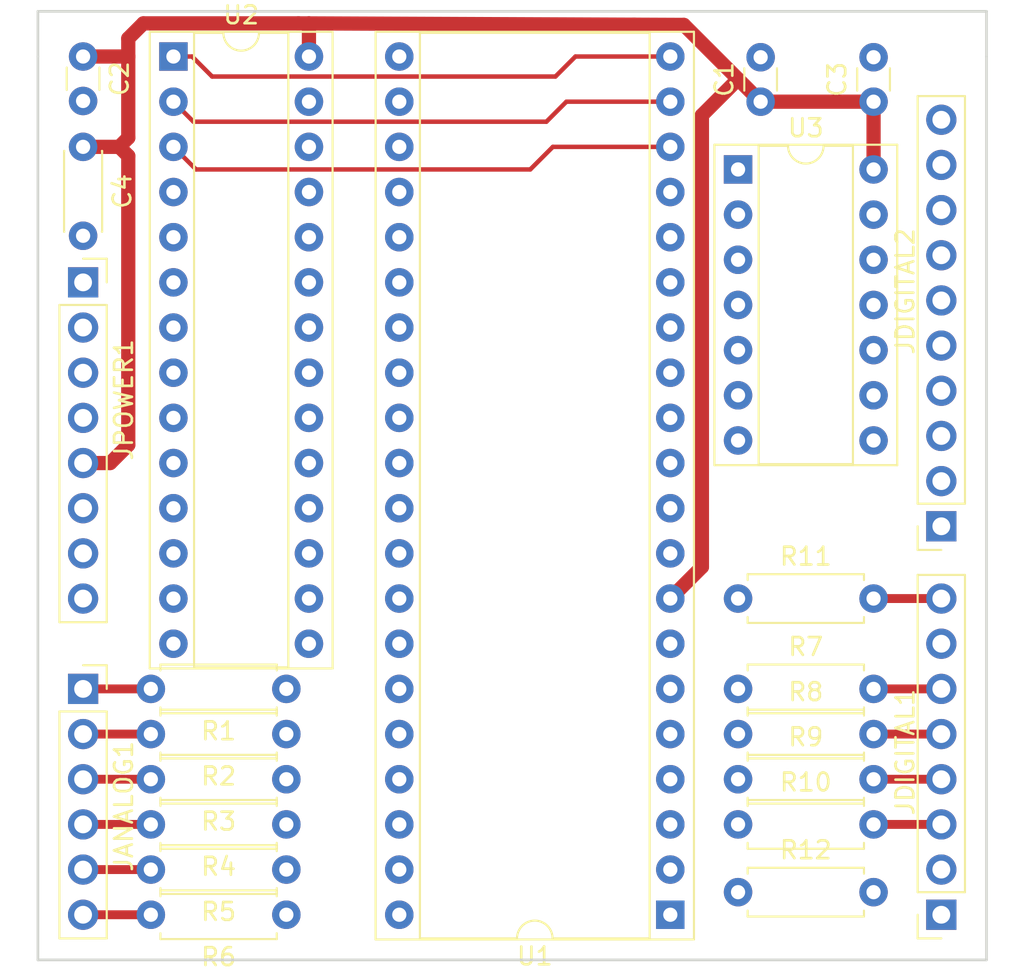
<source format=kicad_pcb>
(kicad_pcb (version 20171130) (host pcbnew "(5.0.0)")

  (general
    (thickness 1.6)
    (drawings 6)
    (tracks 45)
    (zones 0)
    (modules 23)
    (nets 68)
  )

  (page A4)
  (layers
    (0 F.Cu signal)
    (31 B.Cu signal)
    (32 B.Adhes user)
    (33 F.Adhes user)
    (34 B.Paste user)
    (35 F.Paste user)
    (36 B.SilkS user)
    (37 F.SilkS user)
    (38 B.Mask user)
    (39 F.Mask user)
    (40 Dwgs.User user)
    (41 Cmts.User user)
    (42 Eco1.User user)
    (43 Eco2.User user)
    (44 Edge.Cuts user)
    (45 Margin user)
    (46 B.CrtYd user)
    (47 F.CrtYd user)
    (48 B.Fab user)
    (49 F.Fab user)
  )

  (setup
    (last_trace_width 0.25)
    (user_trace_width 0.4)
    (user_trace_width 0.5)
    (user_trace_width 0.8)
    (trace_clearance 0.2)
    (zone_clearance 0.25)
    (zone_45_only no)
    (trace_min 0.2)
    (segment_width 0.2)
    (edge_width 0.15)
    (via_size 0.8)
    (via_drill 0.4)
    (via_min_size 0.4)
    (via_min_drill 0.3)
    (user_via 1 0.5)
    (uvia_size 0.3)
    (uvia_drill 0.1)
    (uvias_allowed no)
    (uvia_min_size 0.2)
    (uvia_min_drill 0.1)
    (pcb_text_width 0.3)
    (pcb_text_size 1.5 1.5)
    (mod_edge_width 0.15)
    (mod_text_size 1 1)
    (mod_text_width 0.15)
    (pad_size 1.524 1.524)
    (pad_drill 0.762)
    (pad_to_mask_clearance 0.2)
    (aux_axis_origin 0 0)
    (visible_elements 7FFFFFFF)
    (pcbplotparams
      (layerselection 0x010fc_ffffffff)
      (usegerberextensions false)
      (usegerberattributes false)
      (usegerberadvancedattributes false)
      (creategerberjobfile false)
      (excludeedgelayer true)
      (linewidth 0.100000)
      (plotframeref false)
      (viasonmask false)
      (mode 1)
      (useauxorigin false)
      (hpglpennumber 1)
      (hpglpenspeed 20)
      (hpglpendiameter 15.000000)
      (psnegative false)
      (psa4output false)
      (plotreference true)
      (plotvalue true)
      (plotinvisibletext false)
      (padsonsilk false)
      (subtractmaskfromsilk false)
      (outputformat 1)
      (mirror false)
      (drillshape 1)
      (scaleselection 1)
      (outputdirectory ""))
  )

  (net 0 "")
  (net 1 +5V)
  (net 2 GND)
  (net 3 "Net-(JANALOG1-Pad1)")
  (net 4 "Net-(JANALOG1-Pad2)")
  (net 5 "Net-(JANALOG1-Pad3)")
  (net 6 "Net-(JANALOG1-Pad4)")
  (net 7 "Net-(JANALOG1-Pad5)")
  (net 8 "Net-(JANALOG1-Pad6)")
  (net 9 "Net-(JDIGITAL1-Pad3)")
  (net 10 "Net-(JDIGITAL1-Pad2)")
  (net 11 "Net-(JDIGITAL1-Pad1)")
  (net 12 "Net-(JDIGITAL2-Pad2)")
  (net 13 "Net-(JDIGITAL2-Pad3)")
  (net 14 "Net-(JDIGITAL2-Pad4)")
  (net 15 "Net-(JDIGITAL2-Pad5)")
  (net 16 "Net-(JDIGITAL2-Pad6)")
  (net 17 "Net-(JDIGITAL2-Pad8)")
  (net 18 "Net-(JDIGITAL2-Pad9)")
  (net 19 "Net-(JDIGITAL2-Pad10)")
  (net 20 "Net-(JPOWER1-Pad1)")
  (net 21 "Net-(JPOWER1-Pad2)")
  (net 22 "Net-(JPOWER1-Pad4)")
  (net 23 "Net-(JPOWER1-Pad8)")
  (net 24 /D0)
  (net 25 /D1)
  (net 26 /D2)
  (net 27 /D3)
  (net 28 /D4)
  (net 29 /D5)
  (net 30 /D6)
  (net 31 /D7)
  (net 32 /RWB)
  (net 33 "Net-(U1-Pad36)")
  (net 34 /A0)
  (net 35 /A1)
  (net 36 /A2)
  (net 37 /A3)
  (net 38 /A4)
  (net 39 /A5)
  (net 40 /A6)
  (net 41 /A7)
  (net 42 /A8)
  (net 43 /A9)
  (net 44 /A10)
  (net 45 /A11)
  (net 46 /A12)
  (net 47 /A13)
  (net 48 /A14)
  (net 49 /PHI2)
  (net 50 /IOBUSY)
  (net 51 "Net-(JDIGITAL1-Pad4)")
  (net 52 /_RESET)
  (net 53 /IOSELECT)
  (net 54 "Net-(U1-Pad1)")
  (net 55 "Net-(U1-Pad5)")
  (net 56 "Net-(U1-Pad7)")
  (net 57 "Net-(U1-Pad35)")
  (net 58 "Net-(U1-Pad39)")
  (net 59 "Net-(U2-Pad27)")
  (net 60 "Net-(JDIGITAL1-Pad7)")
  (net 61 "Net-(JDIGITAL1-Pad6)")
  (net 62 "Net-(JDIGITAL1-Pad5)")
  (net 63 "Net-(R12-Pad1)")
  (net 64 "Net-(U1-Pad3)")
  (net 65 "Net-(U2-Pad22)")
  (net 66 "Net-(R12-Pad2)")
  (net 67 "Net-(U3-Pad3)")

  (net_class Default "Dies ist die voreingestellte Netzklasse."
    (clearance 0.2)
    (trace_width 0.25)
    (via_dia 0.8)
    (via_drill 0.4)
    (uvia_dia 0.3)
    (uvia_drill 0.1)
    (add_net +5V)
    (add_net /A0)
    (add_net /A1)
    (add_net /A10)
    (add_net /A11)
    (add_net /A12)
    (add_net /A13)
    (add_net /A14)
    (add_net /A2)
    (add_net /A3)
    (add_net /A4)
    (add_net /A5)
    (add_net /A6)
    (add_net /A7)
    (add_net /A8)
    (add_net /A9)
    (add_net /D0)
    (add_net /D1)
    (add_net /D2)
    (add_net /D3)
    (add_net /D4)
    (add_net /D5)
    (add_net /D6)
    (add_net /D7)
    (add_net /IOBUSY)
    (add_net /IOSELECT)
    (add_net /PHI2)
    (add_net /RWB)
    (add_net /_RESET)
    (add_net GND)
    (add_net "Net-(JANALOG1-Pad1)")
    (add_net "Net-(JANALOG1-Pad2)")
    (add_net "Net-(JANALOG1-Pad3)")
    (add_net "Net-(JANALOG1-Pad4)")
    (add_net "Net-(JANALOG1-Pad5)")
    (add_net "Net-(JANALOG1-Pad6)")
    (add_net "Net-(JDIGITAL1-Pad1)")
    (add_net "Net-(JDIGITAL1-Pad2)")
    (add_net "Net-(JDIGITAL1-Pad3)")
    (add_net "Net-(JDIGITAL1-Pad4)")
    (add_net "Net-(JDIGITAL1-Pad5)")
    (add_net "Net-(JDIGITAL1-Pad6)")
    (add_net "Net-(JDIGITAL1-Pad7)")
    (add_net "Net-(JDIGITAL2-Pad10)")
    (add_net "Net-(JDIGITAL2-Pad2)")
    (add_net "Net-(JDIGITAL2-Pad3)")
    (add_net "Net-(JDIGITAL2-Pad4)")
    (add_net "Net-(JDIGITAL2-Pad5)")
    (add_net "Net-(JDIGITAL2-Pad6)")
    (add_net "Net-(JDIGITAL2-Pad8)")
    (add_net "Net-(JDIGITAL2-Pad9)")
    (add_net "Net-(JPOWER1-Pad1)")
    (add_net "Net-(JPOWER1-Pad2)")
    (add_net "Net-(JPOWER1-Pad4)")
    (add_net "Net-(JPOWER1-Pad8)")
    (add_net "Net-(R12-Pad1)")
    (add_net "Net-(R12-Pad2)")
    (add_net "Net-(U1-Pad1)")
    (add_net "Net-(U1-Pad3)")
    (add_net "Net-(U1-Pad35)")
    (add_net "Net-(U1-Pad36)")
    (add_net "Net-(U1-Pad39)")
    (add_net "Net-(U1-Pad5)")
    (add_net "Net-(U1-Pad7)")
    (add_net "Net-(U2-Pad22)")
    (add_net "Net-(U2-Pad27)")
    (add_net "Net-(U3-Pad3)")
  )

  (module Package_DIP:DIP-28_W7.62mm_Socket (layer F.Cu) (tedit 5A02E8C5) (tstamp 5D99CF78)
    (at 144.78 58.42)
    (descr "28-lead though-hole mounted DIP package, row spacing 7.62 mm (300 mils), Socket")
    (tags "THT DIP DIL PDIP 2.54mm 7.62mm 300mil Socket")
    (path /5D805C17)
    (fp_text reference U2 (at 3.81 -2.33) (layer F.SilkS)
      (effects (font (size 1 1) (thickness 0.15)))
    )
    (fp_text value IDT71256SA (at 3.81 35.35) (layer F.Fab)
      (effects (font (size 1 1) (thickness 0.15)))
    )
    (fp_arc (start 3.81 -1.33) (end 2.81 -1.33) (angle -180) (layer F.SilkS) (width 0.12))
    (fp_line (start 1.635 -1.27) (end 6.985 -1.27) (layer F.Fab) (width 0.1))
    (fp_line (start 6.985 -1.27) (end 6.985 34.29) (layer F.Fab) (width 0.1))
    (fp_line (start 6.985 34.29) (end 0.635 34.29) (layer F.Fab) (width 0.1))
    (fp_line (start 0.635 34.29) (end 0.635 -0.27) (layer F.Fab) (width 0.1))
    (fp_line (start 0.635 -0.27) (end 1.635 -1.27) (layer F.Fab) (width 0.1))
    (fp_line (start -1.27 -1.33) (end -1.27 34.35) (layer F.Fab) (width 0.1))
    (fp_line (start -1.27 34.35) (end 8.89 34.35) (layer F.Fab) (width 0.1))
    (fp_line (start 8.89 34.35) (end 8.89 -1.33) (layer F.Fab) (width 0.1))
    (fp_line (start 8.89 -1.33) (end -1.27 -1.33) (layer F.Fab) (width 0.1))
    (fp_line (start 2.81 -1.33) (end 1.16 -1.33) (layer F.SilkS) (width 0.12))
    (fp_line (start 1.16 -1.33) (end 1.16 34.35) (layer F.SilkS) (width 0.12))
    (fp_line (start 1.16 34.35) (end 6.46 34.35) (layer F.SilkS) (width 0.12))
    (fp_line (start 6.46 34.35) (end 6.46 -1.33) (layer F.SilkS) (width 0.12))
    (fp_line (start 6.46 -1.33) (end 4.81 -1.33) (layer F.SilkS) (width 0.12))
    (fp_line (start -1.33 -1.39) (end -1.33 34.41) (layer F.SilkS) (width 0.12))
    (fp_line (start -1.33 34.41) (end 8.95 34.41) (layer F.SilkS) (width 0.12))
    (fp_line (start 8.95 34.41) (end 8.95 -1.39) (layer F.SilkS) (width 0.12))
    (fp_line (start 8.95 -1.39) (end -1.33 -1.39) (layer F.SilkS) (width 0.12))
    (fp_line (start -1.55 -1.6) (end -1.55 34.65) (layer F.CrtYd) (width 0.05))
    (fp_line (start -1.55 34.65) (end 9.15 34.65) (layer F.CrtYd) (width 0.05))
    (fp_line (start 9.15 34.65) (end 9.15 -1.6) (layer F.CrtYd) (width 0.05))
    (fp_line (start 9.15 -1.6) (end -1.55 -1.6) (layer F.CrtYd) (width 0.05))
    (fp_text user %R (at 3.81 16.51) (layer F.Fab)
      (effects (font (size 1 1) (thickness 0.15)))
    )
    (pad 1 thru_hole rect (at 0 0) (size 1.6 1.6) (drill 0.8) (layers *.Cu *.Mask)
      (net 45 /A11))
    (pad 15 thru_hole oval (at 7.62 33.02) (size 1.6 1.6) (drill 0.8) (layers *.Cu *.Mask)
      (net 24 /D0))
    (pad 2 thru_hole oval (at 0 2.54) (size 1.6 1.6) (drill 0.8) (layers *.Cu *.Mask)
      (net 44 /A10))
    (pad 16 thru_hole oval (at 7.62 30.48) (size 1.6 1.6) (drill 0.8) (layers *.Cu *.Mask)
      (net 26 /D2))
    (pad 3 thru_hole oval (at 0 5.08) (size 1.6 1.6) (drill 0.8) (layers *.Cu *.Mask)
      (net 43 /A9))
    (pad 17 thru_hole oval (at 7.62 27.94) (size 1.6 1.6) (drill 0.8) (layers *.Cu *.Mask)
      (net 28 /D4))
    (pad 4 thru_hole oval (at 0 7.62) (size 1.6 1.6) (drill 0.8) (layers *.Cu *.Mask)
      (net 42 /A8))
    (pad 18 thru_hole oval (at 7.62 25.4) (size 1.6 1.6) (drill 0.8) (layers *.Cu *.Mask)
      (net 30 /D6))
    (pad 5 thru_hole oval (at 0 10.16) (size 1.6 1.6) (drill 0.8) (layers *.Cu *.Mask)
      (net 41 /A7))
    (pad 19 thru_hole oval (at 7.62 22.86) (size 1.6 1.6) (drill 0.8) (layers *.Cu *.Mask)
      (net 31 /D7))
    (pad 6 thru_hole oval (at 0 12.7) (size 1.6 1.6) (drill 0.8) (layers *.Cu *.Mask)
      (net 40 /A6))
    (pad 20 thru_hole oval (at 7.62 20.32) (size 1.6 1.6) (drill 0.8) (layers *.Cu *.Mask)
      (net 53 /IOSELECT))
    (pad 7 thru_hole oval (at 0 15.24) (size 1.6 1.6) (drill 0.8) (layers *.Cu *.Mask)
      (net 39 /A5))
    (pad 21 thru_hole oval (at 7.62 17.78) (size 1.6 1.6) (drill 0.8) (layers *.Cu *.Mask)
      (net 34 /A0))
    (pad 8 thru_hole oval (at 0 17.78) (size 1.6 1.6) (drill 0.8) (layers *.Cu *.Mask)
      (net 38 /A4))
    (pad 22 thru_hole oval (at 7.62 15.24) (size 1.6 1.6) (drill 0.8) (layers *.Cu *.Mask)
      (net 65 "Net-(U2-Pad22)"))
    (pad 9 thru_hole oval (at 0 20.32) (size 1.6 1.6) (drill 0.8) (layers *.Cu *.Mask)
      (net 37 /A3))
    (pad 23 thru_hole oval (at 7.62 12.7) (size 1.6 1.6) (drill 0.8) (layers *.Cu *.Mask)
      (net 35 /A1))
    (pad 10 thru_hole oval (at 0 22.86) (size 1.6 1.6) (drill 0.8) (layers *.Cu *.Mask)
      (net 36 /A2))
    (pad 24 thru_hole oval (at 7.62 10.16) (size 1.6 1.6) (drill 0.8) (layers *.Cu *.Mask)
      (net 48 /A14))
    (pad 11 thru_hole oval (at 0 25.4) (size 1.6 1.6) (drill 0.8) (layers *.Cu *.Mask)
      (net 29 /D5))
    (pad 25 thru_hole oval (at 7.62 7.62) (size 1.6 1.6) (drill 0.8) (layers *.Cu *.Mask)
      (net 47 /A13))
    (pad 12 thru_hole oval (at 0 27.94) (size 1.6 1.6) (drill 0.8) (layers *.Cu *.Mask)
      (net 27 /D3))
    (pad 26 thru_hole oval (at 7.62 5.08) (size 1.6 1.6) (drill 0.8) (layers *.Cu *.Mask)
      (net 46 /A12))
    (pad 13 thru_hole oval (at 0 30.48) (size 1.6 1.6) (drill 0.8) (layers *.Cu *.Mask)
      (net 25 /D1))
    (pad 27 thru_hole oval (at 7.62 2.54) (size 1.6 1.6) (drill 0.8) (layers *.Cu *.Mask)
      (net 59 "Net-(U2-Pad27)"))
    (pad 14 thru_hole oval (at 0 33.02) (size 1.6 1.6) (drill 0.8) (layers *.Cu *.Mask)
      (net 2 GND))
    (pad 28 thru_hole oval (at 7.62 0) (size 1.6 1.6) (drill 0.8) (layers *.Cu *.Mask)
      (net 1 +5V))
    (model ${KISYS3DMOD}/Package_DIP.3dshapes/DIP-28_W7.62mm_Socket.wrl
      (at (xyz 0 0 0))
      (scale (xyz 1 1 1))
      (rotate (xyz 0 0 0))
    )
  )

  (module Package_DIP:DIP-40_W15.24mm_Socket (layer F.Cu) (tedit 5A02E8C5) (tstamp 5D99CF35)
    (at 172.72 106.68 180)
    (descr "40-lead though-hole mounted DIP package, row spacing 15.24 mm (600 mils), Socket")
    (tags "THT DIP DIL PDIP 2.54mm 15.24mm 600mil Socket")
    (path /5D80EE90)
    (fp_text reference U1 (at 7.62 -2.33 180) (layer F.SilkS)
      (effects (font (size 1 1) (thickness 0.15)))
    )
    (fp_text value W65C02S (at 7.62 50.59 180) (layer F.Fab)
      (effects (font (size 1 1) (thickness 0.15)))
    )
    (fp_arc (start 7.62 -1.33) (end 6.62 -1.33) (angle -180) (layer F.SilkS) (width 0.12))
    (fp_line (start 1.255 -1.27) (end 14.985 -1.27) (layer F.Fab) (width 0.1))
    (fp_line (start 14.985 -1.27) (end 14.985 49.53) (layer F.Fab) (width 0.1))
    (fp_line (start 14.985 49.53) (end 0.255 49.53) (layer F.Fab) (width 0.1))
    (fp_line (start 0.255 49.53) (end 0.255 -0.27) (layer F.Fab) (width 0.1))
    (fp_line (start 0.255 -0.27) (end 1.255 -1.27) (layer F.Fab) (width 0.1))
    (fp_line (start -1.27 -1.33) (end -1.27 49.59) (layer F.Fab) (width 0.1))
    (fp_line (start -1.27 49.59) (end 16.51 49.59) (layer F.Fab) (width 0.1))
    (fp_line (start 16.51 49.59) (end 16.51 -1.33) (layer F.Fab) (width 0.1))
    (fp_line (start 16.51 -1.33) (end -1.27 -1.33) (layer F.Fab) (width 0.1))
    (fp_line (start 6.62 -1.33) (end 1.16 -1.33) (layer F.SilkS) (width 0.12))
    (fp_line (start 1.16 -1.33) (end 1.16 49.59) (layer F.SilkS) (width 0.12))
    (fp_line (start 1.16 49.59) (end 14.08 49.59) (layer F.SilkS) (width 0.12))
    (fp_line (start 14.08 49.59) (end 14.08 -1.33) (layer F.SilkS) (width 0.12))
    (fp_line (start 14.08 -1.33) (end 8.62 -1.33) (layer F.SilkS) (width 0.12))
    (fp_line (start -1.33 -1.39) (end -1.33 49.65) (layer F.SilkS) (width 0.12))
    (fp_line (start -1.33 49.65) (end 16.57 49.65) (layer F.SilkS) (width 0.12))
    (fp_line (start 16.57 49.65) (end 16.57 -1.39) (layer F.SilkS) (width 0.12))
    (fp_line (start 16.57 -1.39) (end -1.33 -1.39) (layer F.SilkS) (width 0.12))
    (fp_line (start -1.55 -1.6) (end -1.55 49.85) (layer F.CrtYd) (width 0.05))
    (fp_line (start -1.55 49.85) (end 16.8 49.85) (layer F.CrtYd) (width 0.05))
    (fp_line (start 16.8 49.85) (end 16.8 -1.6) (layer F.CrtYd) (width 0.05))
    (fp_line (start 16.8 -1.6) (end -1.55 -1.6) (layer F.CrtYd) (width 0.05))
    (fp_text user %R (at 7.62 24.13 180) (layer F.Fab)
      (effects (font (size 1 1) (thickness 0.15)))
    )
    (pad 1 thru_hole rect (at 0 0 180) (size 1.6 1.6) (drill 0.8) (layers *.Cu *.Mask)
      (net 54 "Net-(U1-Pad1)"))
    (pad 21 thru_hole oval (at 15.24 48.26 180) (size 1.6 1.6) (drill 0.8) (layers *.Cu *.Mask)
      (net 2 GND))
    (pad 2 thru_hole oval (at 0 2.54 180) (size 1.6 1.6) (drill 0.8) (layers *.Cu *.Mask)
      (net 63 "Net-(R12-Pad1)"))
    (pad 22 thru_hole oval (at 15.24 45.72 180) (size 1.6 1.6) (drill 0.8) (layers *.Cu *.Mask)
      (net 46 /A12))
    (pad 3 thru_hole oval (at 0 5.08 180) (size 1.6 1.6) (drill 0.8) (layers *.Cu *.Mask)
      (net 64 "Net-(U1-Pad3)"))
    (pad 23 thru_hole oval (at 15.24 43.18 180) (size 1.6 1.6) (drill 0.8) (layers *.Cu *.Mask)
      (net 47 /A13))
    (pad 4 thru_hole oval (at 0 7.62 180) (size 1.6 1.6) (drill 0.8) (layers *.Cu *.Mask)
      (net 1 +5V))
    (pad 24 thru_hole oval (at 15.24 40.64 180) (size 1.6 1.6) (drill 0.8) (layers *.Cu *.Mask)
      (net 48 /A14))
    (pad 5 thru_hole oval (at 0 10.16 180) (size 1.6 1.6) (drill 0.8) (layers *.Cu *.Mask)
      (net 55 "Net-(U1-Pad5)"))
    (pad 25 thru_hole oval (at 15.24 38.1 180) (size 1.6 1.6) (drill 0.8) (layers *.Cu *.Mask)
      (net 53 /IOSELECT))
    (pad 6 thru_hole oval (at 0 12.7 180) (size 1.6 1.6) (drill 0.8) (layers *.Cu *.Mask)
      (net 1 +5V))
    (pad 26 thru_hole oval (at 15.24 35.56 180) (size 1.6 1.6) (drill 0.8) (layers *.Cu *.Mask)
      (net 31 /D7))
    (pad 7 thru_hole oval (at 0 15.24 180) (size 1.6 1.6) (drill 0.8) (layers *.Cu *.Mask)
      (net 56 "Net-(U1-Pad7)"))
    (pad 27 thru_hole oval (at 15.24 33.02 180) (size 1.6 1.6) (drill 0.8) (layers *.Cu *.Mask)
      (net 30 /D6))
    (pad 8 thru_hole oval (at 0 17.78 180) (size 1.6 1.6) (drill 0.8) (layers *.Cu *.Mask)
      (net 1 +5V))
    (pad 28 thru_hole oval (at 15.24 30.48 180) (size 1.6 1.6) (drill 0.8) (layers *.Cu *.Mask)
      (net 29 /D5))
    (pad 9 thru_hole oval (at 0 20.32 180) (size 1.6 1.6) (drill 0.8) (layers *.Cu *.Mask)
      (net 34 /A0))
    (pad 29 thru_hole oval (at 15.24 27.94 180) (size 1.6 1.6) (drill 0.8) (layers *.Cu *.Mask)
      (net 28 /D4))
    (pad 10 thru_hole oval (at 0 22.86 180) (size 1.6 1.6) (drill 0.8) (layers *.Cu *.Mask)
      (net 35 /A1))
    (pad 30 thru_hole oval (at 15.24 25.4 180) (size 1.6 1.6) (drill 0.8) (layers *.Cu *.Mask)
      (net 27 /D3))
    (pad 11 thru_hole oval (at 0 25.4 180) (size 1.6 1.6) (drill 0.8) (layers *.Cu *.Mask)
      (net 36 /A2))
    (pad 31 thru_hole oval (at 15.24 22.86 180) (size 1.6 1.6) (drill 0.8) (layers *.Cu *.Mask)
      (net 26 /D2))
    (pad 12 thru_hole oval (at 0 27.94 180) (size 1.6 1.6) (drill 0.8) (layers *.Cu *.Mask)
      (net 37 /A3))
    (pad 32 thru_hole oval (at 15.24 20.32 180) (size 1.6 1.6) (drill 0.8) (layers *.Cu *.Mask)
      (net 25 /D1))
    (pad 13 thru_hole oval (at 0 30.48 180) (size 1.6 1.6) (drill 0.8) (layers *.Cu *.Mask)
      (net 38 /A4))
    (pad 33 thru_hole oval (at 15.24 17.78 180) (size 1.6 1.6) (drill 0.8) (layers *.Cu *.Mask)
      (net 24 /D0))
    (pad 14 thru_hole oval (at 0 33.02 180) (size 1.6 1.6) (drill 0.8) (layers *.Cu *.Mask)
      (net 39 /A5))
    (pad 34 thru_hole oval (at 15.24 15.24 180) (size 1.6 1.6) (drill 0.8) (layers *.Cu *.Mask)
      (net 32 /RWB))
    (pad 15 thru_hole oval (at 0 35.56 180) (size 1.6 1.6) (drill 0.8) (layers *.Cu *.Mask)
      (net 40 /A6))
    (pad 35 thru_hole oval (at 15.24 12.7 180) (size 1.6 1.6) (drill 0.8) (layers *.Cu *.Mask)
      (net 57 "Net-(U1-Pad35)"))
    (pad 16 thru_hole oval (at 0 38.1 180) (size 1.6 1.6) (drill 0.8) (layers *.Cu *.Mask)
      (net 41 /A7))
    (pad 36 thru_hole oval (at 15.24 10.16 180) (size 1.6 1.6) (drill 0.8) (layers *.Cu *.Mask)
      (net 33 "Net-(U1-Pad36)"))
    (pad 17 thru_hole oval (at 0 40.64 180) (size 1.6 1.6) (drill 0.8) (layers *.Cu *.Mask)
      (net 42 /A8))
    (pad 37 thru_hole oval (at 15.24 7.62 180) (size 1.6 1.6) (drill 0.8) (layers *.Cu *.Mask)
      (net 49 /PHI2))
    (pad 18 thru_hole oval (at 0 43.18 180) (size 1.6 1.6) (drill 0.8) (layers *.Cu *.Mask)
      (net 43 /A9))
    (pad 38 thru_hole oval (at 15.24 5.08 180) (size 1.6 1.6) (drill 0.8) (layers *.Cu *.Mask)
      (net 2 GND))
    (pad 19 thru_hole oval (at 0 45.72 180) (size 1.6 1.6) (drill 0.8) (layers *.Cu *.Mask)
      (net 44 /A10))
    (pad 39 thru_hole oval (at 15.24 2.54 180) (size 1.6 1.6) (drill 0.8) (layers *.Cu *.Mask)
      (net 58 "Net-(U1-Pad39)"))
    (pad 20 thru_hole oval (at 0 48.26 180) (size 1.6 1.6) (drill 0.8) (layers *.Cu *.Mask)
      (net 45 /A11))
    (pad 40 thru_hole oval (at 15.24 0 180) (size 1.6 1.6) (drill 0.8) (layers *.Cu *.Mask)
      (net 52 /_RESET))
    (model ${KISYS3DMOD}/Package_DIP.3dshapes/DIP-40_W15.24mm_Socket.wrl
      (at (xyz 0 0 0))
      (scale (xyz 1 1 1))
      (rotate (xyz 0 0 0))
    )
  )

  (module Connector_PinSocket_2.54mm:PinSocket_1x06_P2.54mm_Vertical (layer F.Cu) (tedit 5D69085B) (tstamp 5D786E64)
    (at 139.7 93.98)
    (descr "Through hole straight socket strip, 1x06, 2.54mm pitch, single row (from Kicad 4.0.7), script generated")
    (tags "Through hole socket strip THT 1x06 2.54mm single row")
    (path /5D5FA336)
    (fp_text reference JANALOG1 (at 2.286 6.604 90) (layer F.SilkS)
      (effects (font (size 1 1) (thickness 0.15)))
    )
    (fp_text value Conn_01x06 (at 0 15.47) (layer F.Fab)
      (effects (font (size 1 1) (thickness 0.15)))
    )
    (fp_line (start -1.27 -1.27) (end 0.635 -1.27) (layer F.Fab) (width 0.1))
    (fp_line (start 0.635 -1.27) (end 1.27 -0.635) (layer F.Fab) (width 0.1))
    (fp_line (start 1.27 -0.635) (end 1.27 13.97) (layer F.Fab) (width 0.1))
    (fp_line (start 1.27 13.97) (end -1.27 13.97) (layer F.Fab) (width 0.1))
    (fp_line (start -1.27 13.97) (end -1.27 -1.27) (layer F.Fab) (width 0.1))
    (fp_line (start -1.33 1.27) (end 1.33 1.27) (layer F.SilkS) (width 0.12))
    (fp_line (start -1.33 1.27) (end -1.33 14.03) (layer F.SilkS) (width 0.12))
    (fp_line (start -1.33 14.03) (end 1.33 14.03) (layer F.SilkS) (width 0.12))
    (fp_line (start 1.33 1.27) (end 1.33 14.03) (layer F.SilkS) (width 0.12))
    (fp_line (start 1.33 -1.33) (end 1.33 0) (layer F.SilkS) (width 0.12))
    (fp_line (start 0 -1.33) (end 1.33 -1.33) (layer F.SilkS) (width 0.12))
    (fp_line (start -1.8 -1.8) (end 1.75 -1.8) (layer F.CrtYd) (width 0.05))
    (fp_line (start 1.75 -1.8) (end 1.75 14.45) (layer F.CrtYd) (width 0.05))
    (fp_line (start 1.75 14.45) (end -1.8 14.45) (layer F.CrtYd) (width 0.05))
    (fp_line (start -1.8 14.45) (end -1.8 -1.8) (layer F.CrtYd) (width 0.05))
    (fp_text user %R (at 0 6.35 90) (layer F.Fab)
      (effects (font (size 1 1) (thickness 0.15)))
    )
    (pad 1 thru_hole rect (at 0 0) (size 1.7 1.7) (drill 1) (layers *.Cu *.Mask)
      (net 3 "Net-(JANALOG1-Pad1)"))
    (pad 2 thru_hole oval (at 0 2.54) (size 1.7 1.7) (drill 1) (layers *.Cu *.Mask)
      (net 4 "Net-(JANALOG1-Pad2)"))
    (pad 3 thru_hole oval (at 0 5.08) (size 1.7 1.7) (drill 1) (layers *.Cu *.Mask)
      (net 5 "Net-(JANALOG1-Pad3)"))
    (pad 4 thru_hole oval (at 0 7.62) (size 1.7 1.7) (drill 1) (layers *.Cu *.Mask)
      (net 6 "Net-(JANALOG1-Pad4)"))
    (pad 5 thru_hole oval (at 0 10.16) (size 1.7 1.7) (drill 1) (layers *.Cu *.Mask)
      (net 7 "Net-(JANALOG1-Pad5)"))
    (pad 6 thru_hole oval (at 0 12.7) (size 1.7 1.7) (drill 1) (layers *.Cu *.Mask)
      (net 8 "Net-(JANALOG1-Pad6)"))
    (model ${KISYS3DMOD}/Connector_PinSocket_2.54mm.3dshapes/PinSocket_1x06_P2.54mm_Vertical.wrl
      (at (xyz 0 0 0))
      (scale (xyz 1 1 1))
      (rotate (xyz 0 0 0))
    )
  )

  (module Connector_PinSocket_2.54mm:PinSocket_1x08_P2.54mm_Vertical (layer F.Cu) (tedit 5D7D57E2) (tstamp 5D786E80)
    (at 187.96 106.68 180)
    (descr "Through hole straight socket strip, 1x08, 2.54mm pitch, single row (from Kicad 4.0.7), script generated")
    (tags "Through hole socket strip THT 1x08 2.54mm single row")
    (path /5D5FA143)
    (fp_text reference JDIGITAL1 (at 2.032 9.144 270) (layer F.SilkS)
      (effects (font (size 1 1) (thickness 0.15)))
    )
    (fp_text value Conn_01x08 (at 0 20.55 180) (layer F.Fab)
      (effects (font (size 1 1) (thickness 0.15)))
    )
    (fp_text user %R (at 0 8.89 270) (layer F.Fab)
      (effects (font (size 1 1) (thickness 0.15)))
    )
    (fp_line (start -1.8 19.55) (end -1.8 -1.8) (layer F.CrtYd) (width 0.05))
    (fp_line (start 1.75 19.55) (end -1.8 19.55) (layer F.CrtYd) (width 0.05))
    (fp_line (start 1.75 -1.8) (end 1.75 19.55) (layer F.CrtYd) (width 0.05))
    (fp_line (start -1.8 -1.8) (end 1.75 -1.8) (layer F.CrtYd) (width 0.05))
    (fp_line (start 0 -1.33) (end 1.33 -1.33) (layer F.SilkS) (width 0.12))
    (fp_line (start 1.33 -1.33) (end 1.33 0) (layer F.SilkS) (width 0.12))
    (fp_line (start 1.33 1.27) (end 1.33 19.11) (layer F.SilkS) (width 0.12))
    (fp_line (start -1.33 19.11) (end 1.33 19.11) (layer F.SilkS) (width 0.12))
    (fp_line (start -1.33 1.27) (end -1.33 19.11) (layer F.SilkS) (width 0.12))
    (fp_line (start -1.33 1.27) (end 1.33 1.27) (layer F.SilkS) (width 0.12))
    (fp_line (start -1.27 19.05) (end -1.27 -1.27) (layer F.Fab) (width 0.1))
    (fp_line (start 1.27 19.05) (end -1.27 19.05) (layer F.Fab) (width 0.1))
    (fp_line (start 1.27 -0.635) (end 1.27 19.05) (layer F.Fab) (width 0.1))
    (fp_line (start 0.635 -1.27) (end 1.27 -0.635) (layer F.Fab) (width 0.1))
    (fp_line (start -1.27 -1.27) (end 0.635 -1.27) (layer F.Fab) (width 0.1))
    (pad 8 thru_hole oval (at 0 17.78 180) (size 1.7 1.7) (drill 1) (layers *.Cu *.Mask)
      (net 50 /IOBUSY))
    (pad 7 thru_hole oval (at 0 15.24 180) (size 1.7 1.7) (drill 1) (layers *.Cu *.Mask)
      (net 60 "Net-(JDIGITAL1-Pad7)"))
    (pad 6 thru_hole oval (at 0 12.7 180) (size 1.7 1.7) (drill 1) (layers *.Cu *.Mask)
      (net 61 "Net-(JDIGITAL1-Pad6)"))
    (pad 5 thru_hole oval (at 0 10.16 180) (size 1.7 1.7) (drill 1) (layers *.Cu *.Mask)
      (net 62 "Net-(JDIGITAL1-Pad5)"))
    (pad 4 thru_hole oval (at 0 7.62 180) (size 1.7 1.7) (drill 1) (layers *.Cu *.Mask)
      (net 51 "Net-(JDIGITAL1-Pad4)"))
    (pad 3 thru_hole oval (at 0 5.08 180) (size 1.7 1.7) (drill 1) (layers *.Cu *.Mask)
      (net 9 "Net-(JDIGITAL1-Pad3)"))
    (pad 2 thru_hole oval (at 0 2.54 180) (size 1.7 1.7) (drill 1) (layers *.Cu *.Mask)
      (net 10 "Net-(JDIGITAL1-Pad2)"))
    (pad 1 thru_hole rect (at 0 0 180) (size 1.7 1.7) (drill 1) (layers *.Cu *.Mask)
      (net 11 "Net-(JDIGITAL1-Pad1)"))
    (model ${KISYS3DMOD}/Connector_PinSocket_2.54mm.3dshapes/PinSocket_1x08_P2.54mm_Vertical.wrl
      (at (xyz 0 0 0))
      (scale (xyz 1 1 1))
      (rotate (xyz 0 0 0))
    )
  )

  (module Connector_PinSocket_2.54mm:PinSocket_1x10_P2.54mm_Vertical (layer F.Cu) (tedit 5A19A425) (tstamp 5D78906F)
    (at 187.96 84.836 180)
    (descr "Through hole straight socket strip, 1x10, 2.54mm pitch, single row (from Kicad 4.0.7), script generated")
    (tags "Through hole socket strip THT 1x10 2.54mm single row")
    (path /5D5FA1D8)
    (fp_text reference JDIGITAL2 (at 2.032 13.208 270) (layer F.SilkS)
      (effects (font (size 1 1) (thickness 0.15)))
    )
    (fp_text value Conn_01x10 (at 0 25.63 180) (layer F.Fab)
      (effects (font (size 1 1) (thickness 0.15)))
    )
    (fp_line (start -1.27 -1.27) (end 0.635 -1.27) (layer F.Fab) (width 0.1))
    (fp_line (start 0.635 -1.27) (end 1.27 -0.635) (layer F.Fab) (width 0.1))
    (fp_line (start 1.27 -0.635) (end 1.27 24.13) (layer F.Fab) (width 0.1))
    (fp_line (start 1.27 24.13) (end -1.27 24.13) (layer F.Fab) (width 0.1))
    (fp_line (start -1.27 24.13) (end -1.27 -1.27) (layer F.Fab) (width 0.1))
    (fp_line (start -1.33 1.27) (end 1.33 1.27) (layer F.SilkS) (width 0.12))
    (fp_line (start -1.33 1.27) (end -1.33 24.19) (layer F.SilkS) (width 0.12))
    (fp_line (start -1.33 24.19) (end 1.33 24.19) (layer F.SilkS) (width 0.12))
    (fp_line (start 1.33 1.27) (end 1.33 24.19) (layer F.SilkS) (width 0.12))
    (fp_line (start 1.33 -1.33) (end 1.33 0) (layer F.SilkS) (width 0.12))
    (fp_line (start 0 -1.33) (end 1.33 -1.33) (layer F.SilkS) (width 0.12))
    (fp_line (start -1.8 -1.8) (end 1.75 -1.8) (layer F.CrtYd) (width 0.05))
    (fp_line (start 1.75 -1.8) (end 1.75 24.6) (layer F.CrtYd) (width 0.05))
    (fp_line (start 1.75 24.6) (end -1.8 24.6) (layer F.CrtYd) (width 0.05))
    (fp_line (start -1.8 24.6) (end -1.8 -1.8) (layer F.CrtYd) (width 0.05))
    (fp_text user %R (at 0 11.43 270) (layer F.Fab)
      (effects (font (size 1 1) (thickness 0.15)))
    )
    (pad 1 thru_hole rect (at 0 0 180) (size 1.7 1.7) (drill 1) (layers *.Cu *.Mask)
      (net 49 /PHI2))
    (pad 2 thru_hole oval (at 0 2.54 180) (size 1.7 1.7) (drill 1) (layers *.Cu *.Mask)
      (net 12 "Net-(JDIGITAL2-Pad2)"))
    (pad 3 thru_hole oval (at 0 5.08 180) (size 1.7 1.7) (drill 1) (layers *.Cu *.Mask)
      (net 13 "Net-(JDIGITAL2-Pad3)"))
    (pad 4 thru_hole oval (at 0 7.62 180) (size 1.7 1.7) (drill 1) (layers *.Cu *.Mask)
      (net 14 "Net-(JDIGITAL2-Pad4)"))
    (pad 5 thru_hole oval (at 0 10.16 180) (size 1.7 1.7) (drill 1) (layers *.Cu *.Mask)
      (net 15 "Net-(JDIGITAL2-Pad5)"))
    (pad 6 thru_hole oval (at 0 12.7 180) (size 1.7 1.7) (drill 1) (layers *.Cu *.Mask)
      (net 16 "Net-(JDIGITAL2-Pad6)"))
    (pad 7 thru_hole oval (at 0 15.24 180) (size 1.7 1.7) (drill 1) (layers *.Cu *.Mask)
      (net 2 GND))
    (pad 8 thru_hole oval (at 0 17.78 180) (size 1.7 1.7) (drill 1) (layers *.Cu *.Mask)
      (net 17 "Net-(JDIGITAL2-Pad8)"))
    (pad 9 thru_hole oval (at 0 20.32 180) (size 1.7 1.7) (drill 1) (layers *.Cu *.Mask)
      (net 18 "Net-(JDIGITAL2-Pad9)"))
    (pad 10 thru_hole oval (at 0 22.86 180) (size 1.7 1.7) (drill 1) (layers *.Cu *.Mask)
      (net 19 "Net-(JDIGITAL2-Pad10)"))
    (model ${KISYS3DMOD}/Connector_PinSocket_2.54mm.3dshapes/PinSocket_1x10_P2.54mm_Vertical.wrl
      (at (xyz 0 0 0))
      (scale (xyz 1 1 1))
      (rotate (xyz 0 0 0))
    )
  )

  (module Connector_PinSocket_2.54mm:PinSocket_1x08_P2.54mm_Vertical (layer F.Cu) (tedit 5A19A420) (tstamp 5D786EBA)
    (at 139.7 71.12)
    (descr "Through hole straight socket strip, 1x08, 2.54mm pitch, single row (from Kicad 4.0.7), script generated")
    (tags "Through hole socket strip THT 1x08 2.54mm single row")
    (path /5D5FA227)
    (fp_text reference JPOWER1 (at 2.286 6.604 90) (layer F.SilkS)
      (effects (font (size 1 1) (thickness 0.15)))
    )
    (fp_text value Conn_01x08 (at 0 20.55) (layer F.Fab)
      (effects (font (size 1 1) (thickness 0.15)))
    )
    (fp_line (start -1.27 -1.27) (end 0.635 -1.27) (layer F.Fab) (width 0.1))
    (fp_line (start 0.635 -1.27) (end 1.27 -0.635) (layer F.Fab) (width 0.1))
    (fp_line (start 1.27 -0.635) (end 1.27 19.05) (layer F.Fab) (width 0.1))
    (fp_line (start 1.27 19.05) (end -1.27 19.05) (layer F.Fab) (width 0.1))
    (fp_line (start -1.27 19.05) (end -1.27 -1.27) (layer F.Fab) (width 0.1))
    (fp_line (start -1.33 1.27) (end 1.33 1.27) (layer F.SilkS) (width 0.12))
    (fp_line (start -1.33 1.27) (end -1.33 19.11) (layer F.SilkS) (width 0.12))
    (fp_line (start -1.33 19.11) (end 1.33 19.11) (layer F.SilkS) (width 0.12))
    (fp_line (start 1.33 1.27) (end 1.33 19.11) (layer F.SilkS) (width 0.12))
    (fp_line (start 1.33 -1.33) (end 1.33 0) (layer F.SilkS) (width 0.12))
    (fp_line (start 0 -1.33) (end 1.33 -1.33) (layer F.SilkS) (width 0.12))
    (fp_line (start -1.8 -1.8) (end 1.75 -1.8) (layer F.CrtYd) (width 0.05))
    (fp_line (start 1.75 -1.8) (end 1.75 19.55) (layer F.CrtYd) (width 0.05))
    (fp_line (start 1.75 19.55) (end -1.8 19.55) (layer F.CrtYd) (width 0.05))
    (fp_line (start -1.8 19.55) (end -1.8 -1.8) (layer F.CrtYd) (width 0.05))
    (fp_text user %R (at 0 8.89 90) (layer F.Fab)
      (effects (font (size 1 1) (thickness 0.15)))
    )
    (pad 1 thru_hole rect (at 0 0) (size 1.7 1.7) (drill 1) (layers *.Cu *.Mask)
      (net 20 "Net-(JPOWER1-Pad1)"))
    (pad 2 thru_hole oval (at 0 2.54) (size 1.7 1.7) (drill 1) (layers *.Cu *.Mask)
      (net 21 "Net-(JPOWER1-Pad2)"))
    (pad 3 thru_hole oval (at 0 5.08) (size 1.7 1.7) (drill 1) (layers *.Cu *.Mask)
      (net 52 /_RESET))
    (pad 4 thru_hole oval (at 0 7.62) (size 1.7 1.7) (drill 1) (layers *.Cu *.Mask)
      (net 22 "Net-(JPOWER1-Pad4)"))
    (pad 5 thru_hole oval (at 0 10.16) (size 1.7 1.7) (drill 1) (layers *.Cu *.Mask)
      (net 1 +5V))
    (pad 6 thru_hole oval (at 0 12.7) (size 1.7 1.7) (drill 1) (layers *.Cu *.Mask)
      (net 2 GND))
    (pad 7 thru_hole oval (at 0 15.24) (size 1.7 1.7) (drill 1) (layers *.Cu *.Mask)
      (net 2 GND))
    (pad 8 thru_hole oval (at 0 17.78) (size 1.7 1.7) (drill 1) (layers *.Cu *.Mask)
      (net 23 "Net-(JPOWER1-Pad8)"))
    (model ${KISYS3DMOD}/Connector_PinSocket_2.54mm.3dshapes/PinSocket_1x08_P2.54mm_Vertical.wrl
      (at (xyz 0 0 0))
      (scale (xyz 1 1 1))
      (rotate (xyz 0 0 0))
    )
  )

  (module Capacitor_THT:C_Disc_D3.0mm_W1.6mm_P2.50mm (layer F.Cu) (tedit 5AE50EF0) (tstamp 5D99EDBD)
    (at 177.8 60.96 90)
    (descr "C, Disc series, Radial, pin pitch=2.50mm, , diameter*width=3.0*1.6mm^2, Capacitor, http://www.vishay.com/docs/45233/krseries.pdf")
    (tags "C Disc series Radial pin pitch 2.50mm  diameter 3.0mm width 1.6mm Capacitor")
    (path /5DCED097)
    (fp_text reference C1 (at 1.25 -2.05 90) (layer F.SilkS)
      (effects (font (size 1 1) (thickness 0.15)))
    )
    (fp_text value 100nF (at 1.25 2.05 90) (layer F.Fab)
      (effects (font (size 1 1) (thickness 0.15)))
    )
    (fp_text user %R (at 1.25 0 90) (layer F.Fab)
      (effects (font (size 0.6 0.6) (thickness 0.09)))
    )
    (fp_line (start 3.55 -1.05) (end -1.05 -1.05) (layer F.CrtYd) (width 0.05))
    (fp_line (start 3.55 1.05) (end 3.55 -1.05) (layer F.CrtYd) (width 0.05))
    (fp_line (start -1.05 1.05) (end 3.55 1.05) (layer F.CrtYd) (width 0.05))
    (fp_line (start -1.05 -1.05) (end -1.05 1.05) (layer F.CrtYd) (width 0.05))
    (fp_line (start 0.621 0.92) (end 1.879 0.92) (layer F.SilkS) (width 0.12))
    (fp_line (start 0.621 -0.92) (end 1.879 -0.92) (layer F.SilkS) (width 0.12))
    (fp_line (start 2.75 -0.8) (end -0.25 -0.8) (layer F.Fab) (width 0.1))
    (fp_line (start 2.75 0.8) (end 2.75 -0.8) (layer F.Fab) (width 0.1))
    (fp_line (start -0.25 0.8) (end 2.75 0.8) (layer F.Fab) (width 0.1))
    (fp_line (start -0.25 -0.8) (end -0.25 0.8) (layer F.Fab) (width 0.1))
    (pad 2 thru_hole circle (at 2.5 0 90) (size 1.6 1.6) (drill 0.8) (layers *.Cu *.Mask)
      (net 2 GND))
    (pad 1 thru_hole circle (at 0 0 90) (size 1.6 1.6) (drill 0.8) (layers *.Cu *.Mask)
      (net 1 +5V))
    (model ${KISYS3DMOD}/Capacitor_THT.3dshapes/C_Disc_D3.0mm_W1.6mm_P2.50mm.wrl
      (at (xyz 0 0 0))
      (scale (xyz 1 1 1))
      (rotate (xyz 0 0 0))
    )
  )

  (module Capacitor_THT:C_Disc_D3.0mm_W1.6mm_P2.50mm (layer F.Cu) (tedit 5AE50EF0) (tstamp 5D7D5FA1)
    (at 139.7 58.42 270)
    (descr "C, Disc series, Radial, pin pitch=2.50mm, , diameter*width=3.0*1.6mm^2, Capacitor, http://www.vishay.com/docs/45233/krseries.pdf")
    (tags "C Disc series Radial pin pitch 2.50mm  diameter 3.0mm width 1.6mm Capacitor")
    (path /5DCED09E)
    (fp_text reference C2 (at 1.25 -2.05 270) (layer F.SilkS)
      (effects (font (size 1 1) (thickness 0.15)))
    )
    (fp_text value 100nF (at 1.25 2.05 270) (layer F.Fab)
      (effects (font (size 1 1) (thickness 0.15)))
    )
    (fp_line (start -0.25 -0.8) (end -0.25 0.8) (layer F.Fab) (width 0.1))
    (fp_line (start -0.25 0.8) (end 2.75 0.8) (layer F.Fab) (width 0.1))
    (fp_line (start 2.75 0.8) (end 2.75 -0.8) (layer F.Fab) (width 0.1))
    (fp_line (start 2.75 -0.8) (end -0.25 -0.8) (layer F.Fab) (width 0.1))
    (fp_line (start 0.621 -0.92) (end 1.879 -0.92) (layer F.SilkS) (width 0.12))
    (fp_line (start 0.621 0.92) (end 1.879 0.92) (layer F.SilkS) (width 0.12))
    (fp_line (start -1.05 -1.05) (end -1.05 1.05) (layer F.CrtYd) (width 0.05))
    (fp_line (start -1.05 1.05) (end 3.55 1.05) (layer F.CrtYd) (width 0.05))
    (fp_line (start 3.55 1.05) (end 3.55 -1.05) (layer F.CrtYd) (width 0.05))
    (fp_line (start 3.55 -1.05) (end -1.05 -1.05) (layer F.CrtYd) (width 0.05))
    (fp_text user %R (at 1.25 0 270) (layer F.Fab)
      (effects (font (size 0.6 0.6) (thickness 0.09)))
    )
    (pad 1 thru_hole circle (at 0 0 270) (size 1.6 1.6) (drill 0.8) (layers *.Cu *.Mask)
      (net 1 +5V))
    (pad 2 thru_hole circle (at 2.5 0 270) (size 1.6 1.6) (drill 0.8) (layers *.Cu *.Mask)
      (net 2 GND))
    (model ${KISYS3DMOD}/Capacitor_THT.3dshapes/C_Disc_D3.0mm_W1.6mm_P2.50mm.wrl
      (at (xyz 0 0 0))
      (scale (xyz 1 1 1))
      (rotate (xyz 0 0 0))
    )
  )

  (module Capacitor_THT:C_Disc_D3.0mm_W1.6mm_P2.50mm (layer F.Cu) (tedit 5AE50EF0) (tstamp 5D95BAC0)
    (at 184.15 60.96 90)
    (descr "C, Disc series, Radial, pin pitch=2.50mm, , diameter*width=3.0*1.6mm^2, Capacitor, http://www.vishay.com/docs/45233/krseries.pdf")
    (tags "C Disc series Radial pin pitch 2.50mm  diameter 3.0mm width 1.6mm Capacitor")
    (path /5DCED0A5)
    (fp_text reference C3 (at 1.25 -2.05 90) (layer F.SilkS)
      (effects (font (size 1 1) (thickness 0.15)))
    )
    (fp_text value 100nF (at 1.25 2.05 90) (layer F.Fab)
      (effects (font (size 1 1) (thickness 0.15)))
    )
    (fp_text user %R (at 1.25 0 90) (layer F.Fab)
      (effects (font (size 0.6 0.6) (thickness 0.09)))
    )
    (fp_line (start 3.55 -1.05) (end -1.05 -1.05) (layer F.CrtYd) (width 0.05))
    (fp_line (start 3.55 1.05) (end 3.55 -1.05) (layer F.CrtYd) (width 0.05))
    (fp_line (start -1.05 1.05) (end 3.55 1.05) (layer F.CrtYd) (width 0.05))
    (fp_line (start -1.05 -1.05) (end -1.05 1.05) (layer F.CrtYd) (width 0.05))
    (fp_line (start 0.621 0.92) (end 1.879 0.92) (layer F.SilkS) (width 0.12))
    (fp_line (start 0.621 -0.92) (end 1.879 -0.92) (layer F.SilkS) (width 0.12))
    (fp_line (start 2.75 -0.8) (end -0.25 -0.8) (layer F.Fab) (width 0.1))
    (fp_line (start 2.75 0.8) (end 2.75 -0.8) (layer F.Fab) (width 0.1))
    (fp_line (start -0.25 0.8) (end 2.75 0.8) (layer F.Fab) (width 0.1))
    (fp_line (start -0.25 -0.8) (end -0.25 0.8) (layer F.Fab) (width 0.1))
    (pad 2 thru_hole circle (at 2.5 0 90) (size 1.6 1.6) (drill 0.8) (layers *.Cu *.Mask)
      (net 2 GND))
    (pad 1 thru_hole circle (at 0 0 90) (size 1.6 1.6) (drill 0.8) (layers *.Cu *.Mask)
      (net 1 +5V))
    (model ${KISYS3DMOD}/Capacitor_THT.3dshapes/C_Disc_D3.0mm_W1.6mm_P2.50mm.wrl
      (at (xyz 0 0 0))
      (scale (xyz 1 1 1))
      (rotate (xyz 0 0 0))
    )
  )

  (module Resistor_THT:R_Axial_DIN0207_L6.3mm_D2.5mm_P7.62mm_Horizontal (layer F.Cu) (tedit 5AE5139B) (tstamp 5D7D5EE3)
    (at 151.13 93.98 180)
    (descr "Resistor, Axial_DIN0207 series, Axial, Horizontal, pin pitch=7.62mm, 0.25W = 1/4W, length*diameter=6.3*2.5mm^2, http://cdn-reichelt.de/documents/datenblatt/B400/1_4W%23YAG.pdf")
    (tags "Resistor Axial_DIN0207 series Axial Horizontal pin pitch 7.62mm 0.25W = 1/4W length 6.3mm diameter 2.5mm")
    (path /5D840675)
    (fp_text reference R1 (at 3.81 -2.37 180) (layer F.SilkS)
      (effects (font (size 1 1) (thickness 0.15)))
    )
    (fp_text value 6K8 (at 3.81 2.37 180) (layer F.Fab)
      (effects (font (size 1 1) (thickness 0.15)))
    )
    (fp_text user %R (at 3.81 0 180) (layer F.Fab)
      (effects (font (size 1 1) (thickness 0.15)))
    )
    (fp_line (start 8.67 -1.5) (end -1.05 -1.5) (layer F.CrtYd) (width 0.05))
    (fp_line (start 8.67 1.5) (end 8.67 -1.5) (layer F.CrtYd) (width 0.05))
    (fp_line (start -1.05 1.5) (end 8.67 1.5) (layer F.CrtYd) (width 0.05))
    (fp_line (start -1.05 -1.5) (end -1.05 1.5) (layer F.CrtYd) (width 0.05))
    (fp_line (start 7.08 1.37) (end 7.08 1.04) (layer F.SilkS) (width 0.12))
    (fp_line (start 0.54 1.37) (end 7.08 1.37) (layer F.SilkS) (width 0.12))
    (fp_line (start 0.54 1.04) (end 0.54 1.37) (layer F.SilkS) (width 0.12))
    (fp_line (start 7.08 -1.37) (end 7.08 -1.04) (layer F.SilkS) (width 0.12))
    (fp_line (start 0.54 -1.37) (end 7.08 -1.37) (layer F.SilkS) (width 0.12))
    (fp_line (start 0.54 -1.04) (end 0.54 -1.37) (layer F.SilkS) (width 0.12))
    (fp_line (start 7.62 0) (end 6.96 0) (layer F.Fab) (width 0.1))
    (fp_line (start 0 0) (end 0.66 0) (layer F.Fab) (width 0.1))
    (fp_line (start 6.96 -1.25) (end 0.66 -1.25) (layer F.Fab) (width 0.1))
    (fp_line (start 6.96 1.25) (end 6.96 -1.25) (layer F.Fab) (width 0.1))
    (fp_line (start 0.66 1.25) (end 6.96 1.25) (layer F.Fab) (width 0.1))
    (fp_line (start 0.66 -1.25) (end 0.66 1.25) (layer F.Fab) (width 0.1))
    (pad 2 thru_hole oval (at 7.62 0 180) (size 1.6 1.6) (drill 0.8) (layers *.Cu *.Mask)
      (net 3 "Net-(JANALOG1-Pad1)"))
    (pad 1 thru_hole circle (at 0 0 180) (size 1.6 1.6) (drill 0.8) (layers *.Cu *.Mask)
      (net 24 /D0))
    (model ${KISYS3DMOD}/Resistor_THT.3dshapes/R_Axial_DIN0207_L6.3mm_D2.5mm_P7.62mm_Horizontal.wrl
      (at (xyz 0 0 0))
      (scale (xyz 1 1 1))
      (rotate (xyz 0 0 0))
    )
  )

  (module Resistor_THT:R_Axial_DIN0207_L6.3mm_D2.5mm_P7.62mm_Horizontal (layer F.Cu) (tedit 5AE5139B) (tstamp 5D99F04B)
    (at 151.13 96.52 180)
    (descr "Resistor, Axial_DIN0207 series, Axial, Horizontal, pin pitch=7.62mm, 0.25W = 1/4W, length*diameter=6.3*2.5mm^2, http://cdn-reichelt.de/documents/datenblatt/B400/1_4W%23YAG.pdf")
    (tags "Resistor Axial_DIN0207 series Axial Horizontal pin pitch 7.62mm 0.25W = 1/4W length 6.3mm diameter 2.5mm")
    (path /5D858A94)
    (fp_text reference R2 (at 3.81 -2.37 180) (layer F.SilkS)
      (effects (font (size 1 1) (thickness 0.15)))
    )
    (fp_text value 6K8 (at 3.81 2.37 180) (layer F.Fab)
      (effects (font (size 1 1) (thickness 0.15)))
    )
    (fp_line (start 0.66 -1.25) (end 0.66 1.25) (layer F.Fab) (width 0.1))
    (fp_line (start 0.66 1.25) (end 6.96 1.25) (layer F.Fab) (width 0.1))
    (fp_line (start 6.96 1.25) (end 6.96 -1.25) (layer F.Fab) (width 0.1))
    (fp_line (start 6.96 -1.25) (end 0.66 -1.25) (layer F.Fab) (width 0.1))
    (fp_line (start 0 0) (end 0.66 0) (layer F.Fab) (width 0.1))
    (fp_line (start 7.62 0) (end 6.96 0) (layer F.Fab) (width 0.1))
    (fp_line (start 0.54 -1.04) (end 0.54 -1.37) (layer F.SilkS) (width 0.12))
    (fp_line (start 0.54 -1.37) (end 7.08 -1.37) (layer F.SilkS) (width 0.12))
    (fp_line (start 7.08 -1.37) (end 7.08 -1.04) (layer F.SilkS) (width 0.12))
    (fp_line (start 0.54 1.04) (end 0.54 1.37) (layer F.SilkS) (width 0.12))
    (fp_line (start 0.54 1.37) (end 7.08 1.37) (layer F.SilkS) (width 0.12))
    (fp_line (start 7.08 1.37) (end 7.08 1.04) (layer F.SilkS) (width 0.12))
    (fp_line (start -1.05 -1.5) (end -1.05 1.5) (layer F.CrtYd) (width 0.05))
    (fp_line (start -1.05 1.5) (end 8.67 1.5) (layer F.CrtYd) (width 0.05))
    (fp_line (start 8.67 1.5) (end 8.67 -1.5) (layer F.CrtYd) (width 0.05))
    (fp_line (start 8.67 -1.5) (end -1.05 -1.5) (layer F.CrtYd) (width 0.05))
    (fp_text user %R (at 3.81 0 180) (layer F.Fab)
      (effects (font (size 1 1) (thickness 0.15)))
    )
    (pad 1 thru_hole circle (at 0 0 180) (size 1.6 1.6) (drill 0.8) (layers *.Cu *.Mask)
      (net 25 /D1))
    (pad 2 thru_hole oval (at 7.62 0 180) (size 1.6 1.6) (drill 0.8) (layers *.Cu *.Mask)
      (net 4 "Net-(JANALOG1-Pad2)"))
    (model ${KISYS3DMOD}/Resistor_THT.3dshapes/R_Axial_DIN0207_L6.3mm_D2.5mm_P7.62mm_Horizontal.wrl
      (at (xyz 0 0 0))
      (scale (xyz 1 1 1))
      (rotate (xyz 0 0 0))
    )
  )

  (module Resistor_THT:R_Axial_DIN0207_L6.3mm_D2.5mm_P7.62mm_Horizontal (layer F.Cu) (tedit 5AE5139B) (tstamp 5D7D587B)
    (at 176.53 88.9)
    (descr "Resistor, Axial_DIN0207 series, Axial, Horizontal, pin pitch=7.62mm, 0.25W = 1/4W, length*diameter=6.3*2.5mm^2, http://cdn-reichelt.de/documents/datenblatt/B400/1_4W%23YAG.pdf")
    (tags "Resistor Axial_DIN0207 series Axial Horizontal pin pitch 7.62mm 0.25W = 1/4W length 6.3mm diameter 2.5mm")
    (path /5DD0383F)
    (fp_text reference R11 (at 3.81 -2.37) (layer F.SilkS)
      (effects (font (size 1 1) (thickness 0.15)))
    )
    (fp_text value 6k8 (at 3.81 2.37) (layer F.Fab)
      (effects (font (size 1 1) (thickness 0.15)))
    )
    (fp_line (start 0.66 -1.25) (end 0.66 1.25) (layer F.Fab) (width 0.1))
    (fp_line (start 0.66 1.25) (end 6.96 1.25) (layer F.Fab) (width 0.1))
    (fp_line (start 6.96 1.25) (end 6.96 -1.25) (layer F.Fab) (width 0.1))
    (fp_line (start 6.96 -1.25) (end 0.66 -1.25) (layer F.Fab) (width 0.1))
    (fp_line (start 0 0) (end 0.66 0) (layer F.Fab) (width 0.1))
    (fp_line (start 7.62 0) (end 6.96 0) (layer F.Fab) (width 0.1))
    (fp_line (start 0.54 -1.04) (end 0.54 -1.37) (layer F.SilkS) (width 0.12))
    (fp_line (start 0.54 -1.37) (end 7.08 -1.37) (layer F.SilkS) (width 0.12))
    (fp_line (start 7.08 -1.37) (end 7.08 -1.04) (layer F.SilkS) (width 0.12))
    (fp_line (start 0.54 1.04) (end 0.54 1.37) (layer F.SilkS) (width 0.12))
    (fp_line (start 0.54 1.37) (end 7.08 1.37) (layer F.SilkS) (width 0.12))
    (fp_line (start 7.08 1.37) (end 7.08 1.04) (layer F.SilkS) (width 0.12))
    (fp_line (start -1.05 -1.5) (end -1.05 1.5) (layer F.CrtYd) (width 0.05))
    (fp_line (start -1.05 1.5) (end 8.67 1.5) (layer F.CrtYd) (width 0.05))
    (fp_line (start 8.67 1.5) (end 8.67 -1.5) (layer F.CrtYd) (width 0.05))
    (fp_line (start 8.67 -1.5) (end -1.05 -1.5) (layer F.CrtYd) (width 0.05))
    (fp_text user %R (at 3.81 0) (layer F.Fab)
      (effects (font (size 1 1) (thickness 0.15)))
    )
    (pad 1 thru_hole circle (at 0 0) (size 1.6 1.6) (drill 0.8) (layers *.Cu *.Mask)
      (net 1 +5V))
    (pad 2 thru_hole oval (at 7.62 0) (size 1.6 1.6) (drill 0.8) (layers *.Cu *.Mask)
      (net 50 /IOBUSY))
    (model ${KISYS3DMOD}/Resistor_THT.3dshapes/R_Axial_DIN0207_L6.3mm_D2.5mm_P7.62mm_Horizontal.wrl
      (at (xyz 0 0 0))
      (scale (xyz 1 1 1))
      (rotate (xyz 0 0 0))
    )
  )

  (module Resistor_THT:R_Axial_DIN0207_L6.3mm_D2.5mm_P7.62mm_Horizontal (layer F.Cu) (tedit 5AE5139B) (tstamp 5D959E79)
    (at 151.13 99.06 180)
    (descr "Resistor, Axial_DIN0207 series, Axial, Horizontal, pin pitch=7.62mm, 0.25W = 1/4W, length*diameter=6.3*2.5mm^2, http://cdn-reichelt.de/documents/datenblatt/B400/1_4W%23YAG.pdf")
    (tags "Resistor Axial_DIN0207 series Axial Horizontal pin pitch 7.62mm 0.25W = 1/4W length 6.3mm diameter 2.5mm")
    (path /5D85C4F5)
    (fp_text reference R3 (at 3.81 -2.37 180) (layer F.SilkS)
      (effects (font (size 1 1) (thickness 0.15)))
    )
    (fp_text value 6K8 (at 3.81 2.37 180) (layer F.Fab)
      (effects (font (size 1 1) (thickness 0.15)))
    )
    (fp_line (start 0.66 -1.25) (end 0.66 1.25) (layer F.Fab) (width 0.1))
    (fp_line (start 0.66 1.25) (end 6.96 1.25) (layer F.Fab) (width 0.1))
    (fp_line (start 6.96 1.25) (end 6.96 -1.25) (layer F.Fab) (width 0.1))
    (fp_line (start 6.96 -1.25) (end 0.66 -1.25) (layer F.Fab) (width 0.1))
    (fp_line (start 0 0) (end 0.66 0) (layer F.Fab) (width 0.1))
    (fp_line (start 7.62 0) (end 6.96 0) (layer F.Fab) (width 0.1))
    (fp_line (start 0.54 -1.04) (end 0.54 -1.37) (layer F.SilkS) (width 0.12))
    (fp_line (start 0.54 -1.37) (end 7.08 -1.37) (layer F.SilkS) (width 0.12))
    (fp_line (start 7.08 -1.37) (end 7.08 -1.04) (layer F.SilkS) (width 0.12))
    (fp_line (start 0.54 1.04) (end 0.54 1.37) (layer F.SilkS) (width 0.12))
    (fp_line (start 0.54 1.37) (end 7.08 1.37) (layer F.SilkS) (width 0.12))
    (fp_line (start 7.08 1.37) (end 7.08 1.04) (layer F.SilkS) (width 0.12))
    (fp_line (start -1.05 -1.5) (end -1.05 1.5) (layer F.CrtYd) (width 0.05))
    (fp_line (start -1.05 1.5) (end 8.67 1.5) (layer F.CrtYd) (width 0.05))
    (fp_line (start 8.67 1.5) (end 8.67 -1.5) (layer F.CrtYd) (width 0.05))
    (fp_line (start 8.67 -1.5) (end -1.05 -1.5) (layer F.CrtYd) (width 0.05))
    (fp_text user %R (at 3.81 0 180) (layer F.Fab)
      (effects (font (size 1 1) (thickness 0.15)))
    )
    (pad 1 thru_hole circle (at 0 0 180) (size 1.6 1.6) (drill 0.8) (layers *.Cu *.Mask)
      (net 26 /D2))
    (pad 2 thru_hole oval (at 7.62 0 180) (size 1.6 1.6) (drill 0.8) (layers *.Cu *.Mask)
      (net 5 "Net-(JANALOG1-Pad3)"))
    (model ${KISYS3DMOD}/Resistor_THT.3dshapes/R_Axial_DIN0207_L6.3mm_D2.5mm_P7.62mm_Horizontal.wrl
      (at (xyz 0 0 0))
      (scale (xyz 1 1 1))
      (rotate (xyz 0 0 0))
    )
  )

  (module Resistor_THT:R_Axial_DIN0207_L6.3mm_D2.5mm_P7.62mm_Horizontal (layer F.Cu) (tedit 5AE5139B) (tstamp 5D959E90)
    (at 151.13 101.6 180)
    (descr "Resistor, Axial_DIN0207 series, Axial, Horizontal, pin pitch=7.62mm, 0.25W = 1/4W, length*diameter=6.3*2.5mm^2, http://cdn-reichelt.de/documents/datenblatt/B400/1_4W%23YAG.pdf")
    (tags "Resistor Axial_DIN0207 series Axial Horizontal pin pitch 7.62mm 0.25W = 1/4W length 6.3mm diameter 2.5mm")
    (path /5D85C4FE)
    (fp_text reference R4 (at 3.81 -2.37 180) (layer F.SilkS)
      (effects (font (size 1 1) (thickness 0.15)))
    )
    (fp_text value 6K8 (at 3.81 2.37 180) (layer F.Fab)
      (effects (font (size 1 1) (thickness 0.15)))
    )
    (fp_text user %R (at 3.81 0 180) (layer F.Fab)
      (effects (font (size 1 1) (thickness 0.15)))
    )
    (fp_line (start 8.67 -1.5) (end -1.05 -1.5) (layer F.CrtYd) (width 0.05))
    (fp_line (start 8.67 1.5) (end 8.67 -1.5) (layer F.CrtYd) (width 0.05))
    (fp_line (start -1.05 1.5) (end 8.67 1.5) (layer F.CrtYd) (width 0.05))
    (fp_line (start -1.05 -1.5) (end -1.05 1.5) (layer F.CrtYd) (width 0.05))
    (fp_line (start 7.08 1.37) (end 7.08 1.04) (layer F.SilkS) (width 0.12))
    (fp_line (start 0.54 1.37) (end 7.08 1.37) (layer F.SilkS) (width 0.12))
    (fp_line (start 0.54 1.04) (end 0.54 1.37) (layer F.SilkS) (width 0.12))
    (fp_line (start 7.08 -1.37) (end 7.08 -1.04) (layer F.SilkS) (width 0.12))
    (fp_line (start 0.54 -1.37) (end 7.08 -1.37) (layer F.SilkS) (width 0.12))
    (fp_line (start 0.54 -1.04) (end 0.54 -1.37) (layer F.SilkS) (width 0.12))
    (fp_line (start 7.62 0) (end 6.96 0) (layer F.Fab) (width 0.1))
    (fp_line (start 0 0) (end 0.66 0) (layer F.Fab) (width 0.1))
    (fp_line (start 6.96 -1.25) (end 0.66 -1.25) (layer F.Fab) (width 0.1))
    (fp_line (start 6.96 1.25) (end 6.96 -1.25) (layer F.Fab) (width 0.1))
    (fp_line (start 0.66 1.25) (end 6.96 1.25) (layer F.Fab) (width 0.1))
    (fp_line (start 0.66 -1.25) (end 0.66 1.25) (layer F.Fab) (width 0.1))
    (pad 2 thru_hole oval (at 7.62 0 180) (size 1.6 1.6) (drill 0.8) (layers *.Cu *.Mask)
      (net 6 "Net-(JANALOG1-Pad4)"))
    (pad 1 thru_hole circle (at 0 0 180) (size 1.6 1.6) (drill 0.8) (layers *.Cu *.Mask)
      (net 27 /D3))
    (model ${KISYS3DMOD}/Resistor_THT.3dshapes/R_Axial_DIN0207_L6.3mm_D2.5mm_P7.62mm_Horizontal.wrl
      (at (xyz 0 0 0))
      (scale (xyz 1 1 1))
      (rotate (xyz 0 0 0))
    )
  )

  (module Resistor_THT:R_Axial_DIN0207_L6.3mm_D2.5mm_P7.62mm_Horizontal (layer F.Cu) (tedit 5AE5139B) (tstamp 5D959EA7)
    (at 151.13 104.14 180)
    (descr "Resistor, Axial_DIN0207 series, Axial, Horizontal, pin pitch=7.62mm, 0.25W = 1/4W, length*diameter=6.3*2.5mm^2, http://cdn-reichelt.de/documents/datenblatt/B400/1_4W%23YAG.pdf")
    (tags "Resistor Axial_DIN0207 series Axial Horizontal pin pitch 7.62mm 0.25W = 1/4W length 6.3mm diameter 2.5mm")
    (path /5D8606D8)
    (fp_text reference R5 (at 3.81 -2.37 180) (layer F.SilkS)
      (effects (font (size 1 1) (thickness 0.15)))
    )
    (fp_text value 6K8 (at 3.81 2.37 180) (layer F.Fab)
      (effects (font (size 1 1) (thickness 0.15)))
    )
    (fp_line (start 0.66 -1.25) (end 0.66 1.25) (layer F.Fab) (width 0.1))
    (fp_line (start 0.66 1.25) (end 6.96 1.25) (layer F.Fab) (width 0.1))
    (fp_line (start 6.96 1.25) (end 6.96 -1.25) (layer F.Fab) (width 0.1))
    (fp_line (start 6.96 -1.25) (end 0.66 -1.25) (layer F.Fab) (width 0.1))
    (fp_line (start 0 0) (end 0.66 0) (layer F.Fab) (width 0.1))
    (fp_line (start 7.62 0) (end 6.96 0) (layer F.Fab) (width 0.1))
    (fp_line (start 0.54 -1.04) (end 0.54 -1.37) (layer F.SilkS) (width 0.12))
    (fp_line (start 0.54 -1.37) (end 7.08 -1.37) (layer F.SilkS) (width 0.12))
    (fp_line (start 7.08 -1.37) (end 7.08 -1.04) (layer F.SilkS) (width 0.12))
    (fp_line (start 0.54 1.04) (end 0.54 1.37) (layer F.SilkS) (width 0.12))
    (fp_line (start 0.54 1.37) (end 7.08 1.37) (layer F.SilkS) (width 0.12))
    (fp_line (start 7.08 1.37) (end 7.08 1.04) (layer F.SilkS) (width 0.12))
    (fp_line (start -1.05 -1.5) (end -1.05 1.5) (layer F.CrtYd) (width 0.05))
    (fp_line (start -1.05 1.5) (end 8.67 1.5) (layer F.CrtYd) (width 0.05))
    (fp_line (start 8.67 1.5) (end 8.67 -1.5) (layer F.CrtYd) (width 0.05))
    (fp_line (start 8.67 -1.5) (end -1.05 -1.5) (layer F.CrtYd) (width 0.05))
    (fp_text user %R (at 3.81 0 180) (layer F.Fab)
      (effects (font (size 1 1) (thickness 0.15)))
    )
    (pad 1 thru_hole circle (at 0 0 180) (size 1.6 1.6) (drill 0.8) (layers *.Cu *.Mask)
      (net 28 /D4))
    (pad 2 thru_hole oval (at 7.62 0 180) (size 1.6 1.6) (drill 0.8) (layers *.Cu *.Mask)
      (net 7 "Net-(JANALOG1-Pad5)"))
    (model ${KISYS3DMOD}/Resistor_THT.3dshapes/R_Axial_DIN0207_L6.3mm_D2.5mm_P7.62mm_Horizontal.wrl
      (at (xyz 0 0 0))
      (scale (xyz 1 1 1))
      (rotate (xyz 0 0 0))
    )
  )

  (module Resistor_THT:R_Axial_DIN0207_L6.3mm_D2.5mm_P7.62mm_Horizontal (layer F.Cu) (tedit 5AE5139B) (tstamp 5D959EBE)
    (at 151.13 106.68 180)
    (descr "Resistor, Axial_DIN0207 series, Axial, Horizontal, pin pitch=7.62mm, 0.25W = 1/4W, length*diameter=6.3*2.5mm^2, http://cdn-reichelt.de/documents/datenblatt/B400/1_4W%23YAG.pdf")
    (tags "Resistor Axial_DIN0207 series Axial Horizontal pin pitch 7.62mm 0.25W = 1/4W length 6.3mm diameter 2.5mm")
    (path /5D8606E1)
    (fp_text reference R6 (at 3.81 -2.37 180) (layer F.SilkS)
      (effects (font (size 1 1) (thickness 0.15)))
    )
    (fp_text value 6K8 (at 3.81 2.37 180) (layer F.Fab)
      (effects (font (size 1 1) (thickness 0.15)))
    )
    (fp_text user %R (at 3.81 0 180) (layer F.Fab)
      (effects (font (size 1 1) (thickness 0.15)))
    )
    (fp_line (start 8.67 -1.5) (end -1.05 -1.5) (layer F.CrtYd) (width 0.05))
    (fp_line (start 8.67 1.5) (end 8.67 -1.5) (layer F.CrtYd) (width 0.05))
    (fp_line (start -1.05 1.5) (end 8.67 1.5) (layer F.CrtYd) (width 0.05))
    (fp_line (start -1.05 -1.5) (end -1.05 1.5) (layer F.CrtYd) (width 0.05))
    (fp_line (start 7.08 1.37) (end 7.08 1.04) (layer F.SilkS) (width 0.12))
    (fp_line (start 0.54 1.37) (end 7.08 1.37) (layer F.SilkS) (width 0.12))
    (fp_line (start 0.54 1.04) (end 0.54 1.37) (layer F.SilkS) (width 0.12))
    (fp_line (start 7.08 -1.37) (end 7.08 -1.04) (layer F.SilkS) (width 0.12))
    (fp_line (start 0.54 -1.37) (end 7.08 -1.37) (layer F.SilkS) (width 0.12))
    (fp_line (start 0.54 -1.04) (end 0.54 -1.37) (layer F.SilkS) (width 0.12))
    (fp_line (start 7.62 0) (end 6.96 0) (layer F.Fab) (width 0.1))
    (fp_line (start 0 0) (end 0.66 0) (layer F.Fab) (width 0.1))
    (fp_line (start 6.96 -1.25) (end 0.66 -1.25) (layer F.Fab) (width 0.1))
    (fp_line (start 6.96 1.25) (end 6.96 -1.25) (layer F.Fab) (width 0.1))
    (fp_line (start 0.66 1.25) (end 6.96 1.25) (layer F.Fab) (width 0.1))
    (fp_line (start 0.66 -1.25) (end 0.66 1.25) (layer F.Fab) (width 0.1))
    (pad 2 thru_hole oval (at 7.62 0 180) (size 1.6 1.6) (drill 0.8) (layers *.Cu *.Mask)
      (net 8 "Net-(JANALOG1-Pad6)"))
    (pad 1 thru_hole circle (at 0 0 180) (size 1.6 1.6) (drill 0.8) (layers *.Cu *.Mask)
      (net 29 /D5))
    (model ${KISYS3DMOD}/Resistor_THT.3dshapes/R_Axial_DIN0207_L6.3mm_D2.5mm_P7.62mm_Horizontal.wrl
      (at (xyz 0 0 0))
      (scale (xyz 1 1 1))
      (rotate (xyz 0 0 0))
    )
  )

  (module Resistor_THT:R_Axial_DIN0207_L6.3mm_D2.5mm_P7.62mm_Horizontal (layer F.Cu) (tedit 5AE5139B) (tstamp 5D959ED5)
    (at 176.53 93.98)
    (descr "Resistor, Axial_DIN0207 series, Axial, Horizontal, pin pitch=7.62mm, 0.25W = 1/4W, length*diameter=6.3*2.5mm^2, http://cdn-reichelt.de/documents/datenblatt/B400/1_4W%23YAG.pdf")
    (tags "Resistor Axial_DIN0207 series Axial Horizontal pin pitch 7.62mm 0.25W = 1/4W length 6.3mm diameter 2.5mm")
    (path /5D8872E8)
    (fp_text reference R7 (at 3.81 -2.37) (layer F.SilkS)
      (effects (font (size 1 1) (thickness 0.15)))
    )
    (fp_text value 6K8 (at 3.81 2.37) (layer F.Fab)
      (effects (font (size 1 1) (thickness 0.15)))
    )
    (fp_text user %R (at 3.81 0) (layer F.Fab)
      (effects (font (size 1 1) (thickness 0.15)))
    )
    (fp_line (start 8.67 -1.5) (end -1.05 -1.5) (layer F.CrtYd) (width 0.05))
    (fp_line (start 8.67 1.5) (end 8.67 -1.5) (layer F.CrtYd) (width 0.05))
    (fp_line (start -1.05 1.5) (end 8.67 1.5) (layer F.CrtYd) (width 0.05))
    (fp_line (start -1.05 -1.5) (end -1.05 1.5) (layer F.CrtYd) (width 0.05))
    (fp_line (start 7.08 1.37) (end 7.08 1.04) (layer F.SilkS) (width 0.12))
    (fp_line (start 0.54 1.37) (end 7.08 1.37) (layer F.SilkS) (width 0.12))
    (fp_line (start 0.54 1.04) (end 0.54 1.37) (layer F.SilkS) (width 0.12))
    (fp_line (start 7.08 -1.37) (end 7.08 -1.04) (layer F.SilkS) (width 0.12))
    (fp_line (start 0.54 -1.37) (end 7.08 -1.37) (layer F.SilkS) (width 0.12))
    (fp_line (start 0.54 -1.04) (end 0.54 -1.37) (layer F.SilkS) (width 0.12))
    (fp_line (start 7.62 0) (end 6.96 0) (layer F.Fab) (width 0.1))
    (fp_line (start 0 0) (end 0.66 0) (layer F.Fab) (width 0.1))
    (fp_line (start 6.96 -1.25) (end 0.66 -1.25) (layer F.Fab) (width 0.1))
    (fp_line (start 6.96 1.25) (end 6.96 -1.25) (layer F.Fab) (width 0.1))
    (fp_line (start 0.66 1.25) (end 6.96 1.25) (layer F.Fab) (width 0.1))
    (fp_line (start 0.66 -1.25) (end 0.66 1.25) (layer F.Fab) (width 0.1))
    (pad 2 thru_hole oval (at 7.62 0) (size 1.6 1.6) (drill 0.8) (layers *.Cu *.Mask)
      (net 61 "Net-(JDIGITAL1-Pad6)"))
    (pad 1 thru_hole circle (at 0 0) (size 1.6 1.6) (drill 0.8) (layers *.Cu *.Mask)
      (net 32 /RWB))
    (model ${KISYS3DMOD}/Resistor_THT.3dshapes/R_Axial_DIN0207_L6.3mm_D2.5mm_P7.62mm_Horizontal.wrl
      (at (xyz 0 0 0))
      (scale (xyz 1 1 1))
      (rotate (xyz 0 0 0))
    )
  )

  (module Resistor_THT:R_Axial_DIN0207_L6.3mm_D2.5mm_P7.62mm_Horizontal (layer F.Cu) (tedit 5AE5139B) (tstamp 5D959EEC)
    (at 176.53 96.52)
    (descr "Resistor, Axial_DIN0207 series, Axial, Horizontal, pin pitch=7.62mm, 0.25W = 1/4W, length*diameter=6.3*2.5mm^2, http://cdn-reichelt.de/documents/datenblatt/B400/1_4W%23YAG.pdf")
    (tags "Resistor Axial_DIN0207 series Axial Horizontal pin pitch 7.62mm 0.25W = 1/4W length 6.3mm diameter 2.5mm")
    (path /5D880461)
    (fp_text reference R8 (at 3.81 -2.37) (layer F.SilkS)
      (effects (font (size 1 1) (thickness 0.15)))
    )
    (fp_text value 6K8 (at 3.81 2.37) (layer F.Fab)
      (effects (font (size 1 1) (thickness 0.15)))
    )
    (fp_line (start 0.66 -1.25) (end 0.66 1.25) (layer F.Fab) (width 0.1))
    (fp_line (start 0.66 1.25) (end 6.96 1.25) (layer F.Fab) (width 0.1))
    (fp_line (start 6.96 1.25) (end 6.96 -1.25) (layer F.Fab) (width 0.1))
    (fp_line (start 6.96 -1.25) (end 0.66 -1.25) (layer F.Fab) (width 0.1))
    (fp_line (start 0 0) (end 0.66 0) (layer F.Fab) (width 0.1))
    (fp_line (start 7.62 0) (end 6.96 0) (layer F.Fab) (width 0.1))
    (fp_line (start 0.54 -1.04) (end 0.54 -1.37) (layer F.SilkS) (width 0.12))
    (fp_line (start 0.54 -1.37) (end 7.08 -1.37) (layer F.SilkS) (width 0.12))
    (fp_line (start 7.08 -1.37) (end 7.08 -1.04) (layer F.SilkS) (width 0.12))
    (fp_line (start 0.54 1.04) (end 0.54 1.37) (layer F.SilkS) (width 0.12))
    (fp_line (start 0.54 1.37) (end 7.08 1.37) (layer F.SilkS) (width 0.12))
    (fp_line (start 7.08 1.37) (end 7.08 1.04) (layer F.SilkS) (width 0.12))
    (fp_line (start -1.05 -1.5) (end -1.05 1.5) (layer F.CrtYd) (width 0.05))
    (fp_line (start -1.05 1.5) (end 8.67 1.5) (layer F.CrtYd) (width 0.05))
    (fp_line (start 8.67 1.5) (end 8.67 -1.5) (layer F.CrtYd) (width 0.05))
    (fp_line (start 8.67 -1.5) (end -1.05 -1.5) (layer F.CrtYd) (width 0.05))
    (fp_text user %R (at 3.81 0) (layer F.Fab)
      (effects (font (size 1 1) (thickness 0.15)))
    )
    (pad 1 thru_hole circle (at 0 0) (size 1.6 1.6) (drill 0.8) (layers *.Cu *.Mask)
      (net 53 /IOSELECT))
    (pad 2 thru_hole oval (at 7.62 0) (size 1.6 1.6) (drill 0.8) (layers *.Cu *.Mask)
      (net 62 "Net-(JDIGITAL1-Pad5)"))
    (model ${KISYS3DMOD}/Resistor_THT.3dshapes/R_Axial_DIN0207_L6.3mm_D2.5mm_P7.62mm_Horizontal.wrl
      (at (xyz 0 0 0))
      (scale (xyz 1 1 1))
      (rotate (xyz 0 0 0))
    )
  )

  (module Resistor_THT:R_Axial_DIN0207_L6.3mm_D2.5mm_P7.62mm_Horizontal (layer F.Cu) (tedit 5AE5139B) (tstamp 5D959F03)
    (at 176.53 99.06)
    (descr "Resistor, Axial_DIN0207 series, Axial, Horizontal, pin pitch=7.62mm, 0.25W = 1/4W, length*diameter=6.3*2.5mm^2, http://cdn-reichelt.de/documents/datenblatt/B400/1_4W%23YAG.pdf")
    (tags "Resistor Axial_DIN0207 series Axial Horizontal pin pitch 7.62mm 0.25W = 1/4W length 6.3mm diameter 2.5mm")
    (path /5D8652E0)
    (fp_text reference R9 (at 3.81 -2.37) (layer F.SilkS)
      (effects (font (size 1 1) (thickness 0.15)))
    )
    (fp_text value 6K8 (at 3.81 2.37) (layer F.Fab)
      (effects (font (size 1 1) (thickness 0.15)))
    )
    (fp_line (start 0.66 -1.25) (end 0.66 1.25) (layer F.Fab) (width 0.1))
    (fp_line (start 0.66 1.25) (end 6.96 1.25) (layer F.Fab) (width 0.1))
    (fp_line (start 6.96 1.25) (end 6.96 -1.25) (layer F.Fab) (width 0.1))
    (fp_line (start 6.96 -1.25) (end 0.66 -1.25) (layer F.Fab) (width 0.1))
    (fp_line (start 0 0) (end 0.66 0) (layer F.Fab) (width 0.1))
    (fp_line (start 7.62 0) (end 6.96 0) (layer F.Fab) (width 0.1))
    (fp_line (start 0.54 -1.04) (end 0.54 -1.37) (layer F.SilkS) (width 0.12))
    (fp_line (start 0.54 -1.37) (end 7.08 -1.37) (layer F.SilkS) (width 0.12))
    (fp_line (start 7.08 -1.37) (end 7.08 -1.04) (layer F.SilkS) (width 0.12))
    (fp_line (start 0.54 1.04) (end 0.54 1.37) (layer F.SilkS) (width 0.12))
    (fp_line (start 0.54 1.37) (end 7.08 1.37) (layer F.SilkS) (width 0.12))
    (fp_line (start 7.08 1.37) (end 7.08 1.04) (layer F.SilkS) (width 0.12))
    (fp_line (start -1.05 -1.5) (end -1.05 1.5) (layer F.CrtYd) (width 0.05))
    (fp_line (start -1.05 1.5) (end 8.67 1.5) (layer F.CrtYd) (width 0.05))
    (fp_line (start 8.67 1.5) (end 8.67 -1.5) (layer F.CrtYd) (width 0.05))
    (fp_line (start 8.67 -1.5) (end -1.05 -1.5) (layer F.CrtYd) (width 0.05))
    (fp_text user %R (at 3.81 0) (layer F.Fab)
      (effects (font (size 1 1) (thickness 0.15)))
    )
    (pad 1 thru_hole circle (at 0 0) (size 1.6 1.6) (drill 0.8) (layers *.Cu *.Mask)
      (net 31 /D7))
    (pad 2 thru_hole oval (at 7.62 0) (size 1.6 1.6) (drill 0.8) (layers *.Cu *.Mask)
      (net 51 "Net-(JDIGITAL1-Pad4)"))
    (model ${KISYS3DMOD}/Resistor_THT.3dshapes/R_Axial_DIN0207_L6.3mm_D2.5mm_P7.62mm_Horizontal.wrl
      (at (xyz 0 0 0))
      (scale (xyz 1 1 1))
      (rotate (xyz 0 0 0))
    )
  )

  (module Resistor_THT:R_Axial_DIN0207_L6.3mm_D2.5mm_P7.62mm_Horizontal (layer F.Cu) (tedit 5AE5139B) (tstamp 5D959F1A)
    (at 176.53 101.6)
    (descr "Resistor, Axial_DIN0207 series, Axial, Horizontal, pin pitch=7.62mm, 0.25W = 1/4W, length*diameter=6.3*2.5mm^2, http://cdn-reichelt.de/documents/datenblatt/B400/1_4W%23YAG.pdf")
    (tags "Resistor Axial_DIN0207 series Axial Horizontal pin pitch 7.62mm 0.25W = 1/4W length 6.3mm diameter 2.5mm")
    (path /5D8652E9)
    (fp_text reference R10 (at 3.81 -2.37) (layer F.SilkS)
      (effects (font (size 1 1) (thickness 0.15)))
    )
    (fp_text value 6K8 (at 3.81 2.37) (layer F.Fab)
      (effects (font (size 1 1) (thickness 0.15)))
    )
    (fp_text user %R (at 3.81 0) (layer F.Fab)
      (effects (font (size 1 1) (thickness 0.15)))
    )
    (fp_line (start 8.67 -1.5) (end -1.05 -1.5) (layer F.CrtYd) (width 0.05))
    (fp_line (start 8.67 1.5) (end 8.67 -1.5) (layer F.CrtYd) (width 0.05))
    (fp_line (start -1.05 1.5) (end 8.67 1.5) (layer F.CrtYd) (width 0.05))
    (fp_line (start -1.05 -1.5) (end -1.05 1.5) (layer F.CrtYd) (width 0.05))
    (fp_line (start 7.08 1.37) (end 7.08 1.04) (layer F.SilkS) (width 0.12))
    (fp_line (start 0.54 1.37) (end 7.08 1.37) (layer F.SilkS) (width 0.12))
    (fp_line (start 0.54 1.04) (end 0.54 1.37) (layer F.SilkS) (width 0.12))
    (fp_line (start 7.08 -1.37) (end 7.08 -1.04) (layer F.SilkS) (width 0.12))
    (fp_line (start 0.54 -1.37) (end 7.08 -1.37) (layer F.SilkS) (width 0.12))
    (fp_line (start 0.54 -1.04) (end 0.54 -1.37) (layer F.SilkS) (width 0.12))
    (fp_line (start 7.62 0) (end 6.96 0) (layer F.Fab) (width 0.1))
    (fp_line (start 0 0) (end 0.66 0) (layer F.Fab) (width 0.1))
    (fp_line (start 6.96 -1.25) (end 0.66 -1.25) (layer F.Fab) (width 0.1))
    (fp_line (start 6.96 1.25) (end 6.96 -1.25) (layer F.Fab) (width 0.1))
    (fp_line (start 0.66 1.25) (end 6.96 1.25) (layer F.Fab) (width 0.1))
    (fp_line (start 0.66 -1.25) (end 0.66 1.25) (layer F.Fab) (width 0.1))
    (pad 2 thru_hole oval (at 7.62 0) (size 1.6 1.6) (drill 0.8) (layers *.Cu *.Mask)
      (net 9 "Net-(JDIGITAL1-Pad3)"))
    (pad 1 thru_hole circle (at 0 0) (size 1.6 1.6) (drill 0.8) (layers *.Cu *.Mask)
      (net 30 /D6))
    (model ${KISYS3DMOD}/Resistor_THT.3dshapes/R_Axial_DIN0207_L6.3mm_D2.5mm_P7.62mm_Horizontal.wrl
      (at (xyz 0 0 0))
      (scale (xyz 1 1 1))
      (rotate (xyz 0 0 0))
    )
  )

  (module Resistor_THT:R_Axial_DIN0207_L6.3mm_D2.5mm_P7.62mm_Horizontal (layer F.Cu) (tedit 5AE5139B) (tstamp 5D959F31)
    (at 176.53 105.41)
    (descr "Resistor, Axial_DIN0207 series, Axial, Horizontal, pin pitch=7.62mm, 0.25W = 1/4W, length*diameter=6.3*2.5mm^2, http://cdn-reichelt.de/documents/datenblatt/B400/1_4W%23YAG.pdf")
    (tags "Resistor Axial_DIN0207 series Axial Horizontal pin pitch 7.62mm 0.25W = 1/4W length 6.3mm diameter 2.5mm")
    (path /5D898707)
    (fp_text reference R12 (at 3.81 -2.37) (layer F.SilkS)
      (effects (font (size 1 1) (thickness 0.15)))
    )
    (fp_text value 100 (at 3.81 2.37) (layer F.Fab)
      (effects (font (size 1 1) (thickness 0.15)))
    )
    (fp_line (start 0.66 -1.25) (end 0.66 1.25) (layer F.Fab) (width 0.1))
    (fp_line (start 0.66 1.25) (end 6.96 1.25) (layer F.Fab) (width 0.1))
    (fp_line (start 6.96 1.25) (end 6.96 -1.25) (layer F.Fab) (width 0.1))
    (fp_line (start 6.96 -1.25) (end 0.66 -1.25) (layer F.Fab) (width 0.1))
    (fp_line (start 0 0) (end 0.66 0) (layer F.Fab) (width 0.1))
    (fp_line (start 7.62 0) (end 6.96 0) (layer F.Fab) (width 0.1))
    (fp_line (start 0.54 -1.04) (end 0.54 -1.37) (layer F.SilkS) (width 0.12))
    (fp_line (start 0.54 -1.37) (end 7.08 -1.37) (layer F.SilkS) (width 0.12))
    (fp_line (start 7.08 -1.37) (end 7.08 -1.04) (layer F.SilkS) (width 0.12))
    (fp_line (start 0.54 1.04) (end 0.54 1.37) (layer F.SilkS) (width 0.12))
    (fp_line (start 0.54 1.37) (end 7.08 1.37) (layer F.SilkS) (width 0.12))
    (fp_line (start 7.08 1.37) (end 7.08 1.04) (layer F.SilkS) (width 0.12))
    (fp_line (start -1.05 -1.5) (end -1.05 1.5) (layer F.CrtYd) (width 0.05))
    (fp_line (start -1.05 1.5) (end 8.67 1.5) (layer F.CrtYd) (width 0.05))
    (fp_line (start 8.67 1.5) (end 8.67 -1.5) (layer F.CrtYd) (width 0.05))
    (fp_line (start 8.67 -1.5) (end -1.05 -1.5) (layer F.CrtYd) (width 0.05))
    (fp_text user %R (at 3.81 0) (layer F.Fab)
      (effects (font (size 1 1) (thickness 0.15)))
    )
    (pad 1 thru_hole circle (at 0 0) (size 1.6 1.6) (drill 0.8) (layers *.Cu *.Mask)
      (net 63 "Net-(R12-Pad1)"))
    (pad 2 thru_hole oval (at 7.62 0) (size 1.6 1.6) (drill 0.8) (layers *.Cu *.Mask)
      (net 66 "Net-(R12-Pad2)"))
    (model ${KISYS3DMOD}/Resistor_THT.3dshapes/R_Axial_DIN0207_L6.3mm_D2.5mm_P7.62mm_Horizontal.wrl
      (at (xyz 0 0 0))
      (scale (xyz 1 1 1))
      (rotate (xyz 0 0 0))
    )
  )

  (module Capacitor_THT:C_Disc_D4.3mm_W1.9mm_P5.00mm (layer F.Cu) (tedit 5AE50EF0) (tstamp 5D95A0FB)
    (at 139.7 63.5 270)
    (descr "C, Disc series, Radial, pin pitch=5.00mm, , diameter*width=4.3*1.9mm^2, Capacitor, http://www.vishay.com/docs/45233/krseries.pdf")
    (tags "C Disc series Radial pin pitch 5.00mm  diameter 4.3mm width 1.9mm Capacitor")
    (path /5D822117)
    (fp_text reference C4 (at 2.5 -2.2 270) (layer F.SilkS)
      (effects (font (size 1 1) (thickness 0.15)))
    )
    (fp_text value 10uF (at 2.5 2.2 270) (layer F.Fab)
      (effects (font (size 1 1) (thickness 0.15)))
    )
    (fp_line (start 0.35 -0.95) (end 0.35 0.95) (layer F.Fab) (width 0.1))
    (fp_line (start 0.35 0.95) (end 4.65 0.95) (layer F.Fab) (width 0.1))
    (fp_line (start 4.65 0.95) (end 4.65 -0.95) (layer F.Fab) (width 0.1))
    (fp_line (start 4.65 -0.95) (end 0.35 -0.95) (layer F.Fab) (width 0.1))
    (fp_line (start 0.23 -1.07) (end 4.77 -1.07) (layer F.SilkS) (width 0.12))
    (fp_line (start 0.23 1.07) (end 4.77 1.07) (layer F.SilkS) (width 0.12))
    (fp_line (start 0.23 -1.07) (end 0.23 -1.055) (layer F.SilkS) (width 0.12))
    (fp_line (start 0.23 1.055) (end 0.23 1.07) (layer F.SilkS) (width 0.12))
    (fp_line (start 4.77 -1.07) (end 4.77 -1.055) (layer F.SilkS) (width 0.12))
    (fp_line (start 4.77 1.055) (end 4.77 1.07) (layer F.SilkS) (width 0.12))
    (fp_line (start -1.05 -1.2) (end -1.05 1.2) (layer F.CrtYd) (width 0.05))
    (fp_line (start -1.05 1.2) (end 6.05 1.2) (layer F.CrtYd) (width 0.05))
    (fp_line (start 6.05 1.2) (end 6.05 -1.2) (layer F.CrtYd) (width 0.05))
    (fp_line (start 6.05 -1.2) (end -1.05 -1.2) (layer F.CrtYd) (width 0.05))
    (fp_text user %R (at 2.5 0 270) (layer F.Fab)
      (effects (font (size 0.86 0.86) (thickness 0.129)))
    )
    (pad 1 thru_hole circle (at 0 0 270) (size 1.6 1.6) (drill 0.8) (layers *.Cu *.Mask)
      (net 1 +5V))
    (pad 2 thru_hole circle (at 5 0 270) (size 1.6 1.6) (drill 0.8) (layers *.Cu *.Mask)
      (net 2 GND))
    (model ${KISYS3DMOD}/Capacitor_THT.3dshapes/C_Disc_D4.3mm_W1.9mm_P5.00mm.wrl
      (at (xyz 0 0 0))
      (scale (xyz 1 1 1))
      (rotate (xyz 0 0 0))
    )
  )

  (module Package_DIP:DIP-14_W7.62mm_Socket (layer F.Cu) (tedit 5A02E8C5) (tstamp 5D95A10F)
    (at 176.53 64.77)
    (descr "14-lead though-hole mounted DIP package, row spacing 7.62 mm (300 mils), Socket")
    (tags "THT DIP DIL PDIP 2.54mm 7.62mm 300mil Socket")
    (path /5D868474)
    (fp_text reference U3 (at 3.81 -2.33) (layer F.SilkS)
      (effects (font (size 1 1) (thickness 0.15)))
    )
    (fp_text value 74AC00 (at 3.81 17.57) (layer F.Fab)
      (effects (font (size 1 1) (thickness 0.15)))
    )
    (fp_arc (start 3.81 -1.33) (end 2.81 -1.33) (angle -180) (layer F.SilkS) (width 0.12))
    (fp_line (start 1.635 -1.27) (end 6.985 -1.27) (layer F.Fab) (width 0.1))
    (fp_line (start 6.985 -1.27) (end 6.985 16.51) (layer F.Fab) (width 0.1))
    (fp_line (start 6.985 16.51) (end 0.635 16.51) (layer F.Fab) (width 0.1))
    (fp_line (start 0.635 16.51) (end 0.635 -0.27) (layer F.Fab) (width 0.1))
    (fp_line (start 0.635 -0.27) (end 1.635 -1.27) (layer F.Fab) (width 0.1))
    (fp_line (start -1.27 -1.33) (end -1.27 16.57) (layer F.Fab) (width 0.1))
    (fp_line (start -1.27 16.57) (end 8.89 16.57) (layer F.Fab) (width 0.1))
    (fp_line (start 8.89 16.57) (end 8.89 -1.33) (layer F.Fab) (width 0.1))
    (fp_line (start 8.89 -1.33) (end -1.27 -1.33) (layer F.Fab) (width 0.1))
    (fp_line (start 2.81 -1.33) (end 1.16 -1.33) (layer F.SilkS) (width 0.12))
    (fp_line (start 1.16 -1.33) (end 1.16 16.57) (layer F.SilkS) (width 0.12))
    (fp_line (start 1.16 16.57) (end 6.46 16.57) (layer F.SilkS) (width 0.12))
    (fp_line (start 6.46 16.57) (end 6.46 -1.33) (layer F.SilkS) (width 0.12))
    (fp_line (start 6.46 -1.33) (end 4.81 -1.33) (layer F.SilkS) (width 0.12))
    (fp_line (start -1.33 -1.39) (end -1.33 16.63) (layer F.SilkS) (width 0.12))
    (fp_line (start -1.33 16.63) (end 8.95 16.63) (layer F.SilkS) (width 0.12))
    (fp_line (start 8.95 16.63) (end 8.95 -1.39) (layer F.SilkS) (width 0.12))
    (fp_line (start 8.95 -1.39) (end -1.33 -1.39) (layer F.SilkS) (width 0.12))
    (fp_line (start -1.55 -1.6) (end -1.55 16.85) (layer F.CrtYd) (width 0.05))
    (fp_line (start -1.55 16.85) (end 9.15 16.85) (layer F.CrtYd) (width 0.05))
    (fp_line (start 9.15 16.85) (end 9.15 -1.6) (layer F.CrtYd) (width 0.05))
    (fp_line (start 9.15 -1.6) (end -1.55 -1.6) (layer F.CrtYd) (width 0.05))
    (fp_text user %R (at 3.81 7.62) (layer F.Fab)
      (effects (font (size 1 1) (thickness 0.15)))
    )
    (pad 1 thru_hole rect (at 0 0) (size 1.6 1.6) (drill 0.8) (layers *.Cu *.Mask)
      (net 32 /RWB))
    (pad 8 thru_hole oval (at 7.62 15.24) (size 1.6 1.6) (drill 0.8) (layers *.Cu *.Mask)
      (net 59 "Net-(U2-Pad27)"))
    (pad 2 thru_hole oval (at 0 2.54) (size 1.6 1.6) (drill 0.8) (layers *.Cu *.Mask)
      (net 32 /RWB))
    (pad 9 thru_hole oval (at 7.62 12.7) (size 1.6 1.6) (drill 0.8) (layers *.Cu *.Mask)
      (net 67 "Net-(U3-Pad3)"))
    (pad 3 thru_hole oval (at 0 5.08) (size 1.6 1.6) (drill 0.8) (layers *.Cu *.Mask)
      (net 67 "Net-(U3-Pad3)"))
    (pad 10 thru_hole oval (at 7.62 10.16) (size 1.6 1.6) (drill 0.8) (layers *.Cu *.Mask)
      (net 49 /PHI2))
    (pad 4 thru_hole oval (at 0 7.62) (size 1.6 1.6) (drill 0.8) (layers *.Cu *.Mask)
      (net 50 /IOBUSY))
    (pad 11 thru_hole oval (at 7.62 7.62) (size 1.6 1.6) (drill 0.8) (layers *.Cu *.Mask)
      (net 65 "Net-(U2-Pad22)"))
    (pad 5 thru_hole oval (at 0 10.16) (size 1.6 1.6) (drill 0.8) (layers *.Cu *.Mask)
      (net 53 /IOSELECT))
    (pad 12 thru_hole oval (at 7.62 5.08) (size 1.6 1.6) (drill 0.8) (layers *.Cu *.Mask)
      (net 49 /PHI2))
    (pad 6 thru_hole oval (at 0 12.7) (size 1.6 1.6) (drill 0.8) (layers *.Cu *.Mask)
      (net 66 "Net-(R12-Pad2)"))
    (pad 13 thru_hole oval (at 7.62 2.54) (size 1.6 1.6) (drill 0.8) (layers *.Cu *.Mask)
      (net 49 /PHI2))
    (pad 7 thru_hole oval (at 0 15.24) (size 1.6 1.6) (drill 0.8) (layers *.Cu *.Mask)
      (net 2 GND))
    (pad 14 thru_hole oval (at 7.62 0) (size 1.6 1.6) (drill 0.8) (layers *.Cu *.Mask)
      (net 1 +5V))
    (model ${KISYS3DMOD}/Package_DIP.3dshapes/DIP-14_W7.62mm_Socket.wrl
      (at (xyz 0 0 0))
      (scale (xyz 1 1 1))
      (rotate (xyz 0 0 0))
    )
  )

  (gr_line (start 190.5 109.22) (end 137.16 109.22) (layer Edge.Cuts) (width 0.15))
  (gr_line (start 137.16 58.42) (end 137.16 55.88) (layer Edge.Cuts) (width 0.15))
  (gr_line (start 190.5 55.88) (end 190.5 58.42) (layer Edge.Cuts) (width 0.15))
  (gr_line (start 137.16 55.88) (end 190.5 55.88) (layer Edge.Cuts) (width 0.15))
  (gr_line (start 190.5 58.42) (end 190.5 109.22) (layer Edge.Cuts) (width 0.15))
  (gr_line (start 137.16 109.22) (end 137.16 58.42) (layer Edge.Cuts) (width 0.15))

  (segment (start 177.8 60.96) (end 173.482 56.642) (width 0.8) (layer F.Cu) (net 1))
  (segment (start 141.732 63.5) (end 139.7 63.5) (width 0.8) (layer F.Cu) (net 1))
  (segment (start 173.482 56.642) (end 170.688 56.630788) (width 0.8) (layer F.Cu) (net 1))
  (segment (start 177.8 60.96) (end 184.15 60.96) (width 0.8) (layer F.Cu) (net 1))
  (segment (start 184.15 60.96) (end 184.15 64.77) (width 0.8) (layer F.Cu) (net 1))
  (segment (start 142.24 64.008) (end 141.732 63.5) (width 0.8) (layer F.Cu) (net 1))
  (segment (start 142.24 80.264) (end 142.24 64.008) (width 0.8) (layer F.Cu) (net 1))
  (segment (start 139.7 81.28) (end 141.224 81.28) (width 0.8) (layer F.Cu) (net 1))
  (segment (start 141.224 81.28) (end 142.24 80.264) (width 0.8) (layer F.Cu) (net 1))
  (segment (start 143.08899 56.55501) (end 151.80501 56.55501) (width 0.8) (layer F.Cu) (net 1))
  (segment (start 142.24 57.404) (end 143.08899 56.55501) (width 0.8) (layer F.Cu) (net 1))
  (segment (start 141.732 63.5) (end 142.24 62.992) (width 0.8) (layer F.Cu) (net 1))
  (segment (start 139.7 58.42) (end 142.24 58.42) (width 0.8) (layer F.Cu) (net 1))
  (segment (start 142.24 62.992) (end 142.24 58.42) (width 0.8) (layer F.Cu) (net 1))
  (segment (start 142.24 58.42) (end 142.24 57.404) (width 0.8) (layer F.Cu) (net 1))
  (segment (start 152.4 58.42) (end 152.4 56.557397) (width 0.8) (layer F.Cu) (net 1))
  (segment (start 170.688 56.630788) (end 152.4 56.557397) (width 0.8) (layer F.Cu) (net 1))
  (segment (start 152.4 56.557397) (end 151.80501 56.55501) (width 0.8) (layer F.Cu) (net 1))
  (segment (start 174.498 61.722) (end 176.53 59.69) (width 0.8) (layer F.Cu) (net 1))
  (segment (start 172.72 88.9) (end 174.498 87.122) (width 0.8) (layer F.Cu) (net 1))
  (segment (start 174.498 87.122) (end 174.498 61.722) (width 0.8) (layer F.Cu) (net 1))
  (segment (start 139.7 93.98) (end 143.51 93.98) (width 0.5) (layer F.Cu) (net 3))
  (segment (start 139.7 96.52) (end 143.51 96.52) (width 0.5) (layer F.Cu) (net 4))
  (segment (start 139.7 99.06) (end 143.51 99.06) (width 0.5) (layer F.Cu) (net 5))
  (segment (start 139.7 101.6) (end 143.51 101.6) (width 0.5) (layer F.Cu) (net 6))
  (segment (start 139.7 104.14) (end 143.51 104.14) (width 0.5) (layer F.Cu) (net 7))
  (segment (start 139.7 106.68) (end 143.51 106.68) (width 0.5) (layer F.Cu) (net 8))
  (segment (start 184.15 101.6) (end 187.96 101.6) (width 0.5) (layer F.Cu) (net 9))
  (segment (start 166.116 63.5) (end 172.72 63.5) (width 0.25) (layer F.Cu) (net 43))
  (segment (start 164.846 64.77) (end 166.116 63.5) (width 0.25) (layer F.Cu) (net 43))
  (segment (start 144.78 63.5) (end 146.05 64.77) (width 0.25) (layer F.Cu) (net 43))
  (segment (start 146.05 64.77) (end 164.846 64.77) (width 0.25) (layer F.Cu) (net 43))
  (segment (start 145.905001 62.085001) (end 165.752999 62.085001) (width 0.25) (layer F.Cu) (net 44))
  (segment (start 144.78 60.96) (end 145.905001 62.085001) (width 0.25) (layer F.Cu) (net 44))
  (segment (start 166.878 60.96) (end 172.72 60.96) (width 0.25) (layer F.Cu) (net 44))
  (segment (start 165.752999 62.085001) (end 166.878 60.96) (width 0.25) (layer F.Cu) (net 44))
  (segment (start 146.955001 59.545001) (end 166.260999 59.545001) (width 0.25) (layer F.Cu) (net 45))
  (segment (start 144.78 58.42) (end 145.83 58.42) (width 0.25) (layer F.Cu) (net 45))
  (segment (start 145.83 58.42) (end 146.955001 59.545001) (width 0.25) (layer F.Cu) (net 45))
  (segment (start 167.386 58.42) (end 172.72 58.42) (width 0.25) (layer F.Cu) (net 45))
  (segment (start 166.260999 59.545001) (end 167.386 58.42) (width 0.25) (layer F.Cu) (net 45))
  (segment (start 184.15 88.9) (end 187.96 88.9) (width 0.5) (layer F.Cu) (net 50))
  (segment (start 184.15 99.06) (end 187.96 99.06) (width 0.5) (layer F.Cu) (net 51))
  (segment (start 184.15 93.98) (end 187.96 93.98) (width 0.5) (layer F.Cu) (net 61))
  (segment (start 184.15 96.52) (end 187.96 96.52) (width 0.5) (layer F.Cu) (net 62))

  (zone (net 2) (net_name GND) (layer B.Cu) (tstamp 0) (hatch edge 0.508)
    (connect_pads yes (clearance 0.25))
    (min_thickness 0.25)
    (fill (arc_segments 16) (thermal_gap 0.508) (thermal_bridge_width 0.508))
    (polygon
      (pts
        (xy 137.16 55.88) (xy 190.5 55.88) (xy 190.5 109.22) (xy 137.16 109.22)
      )
    )
  )
)

</source>
